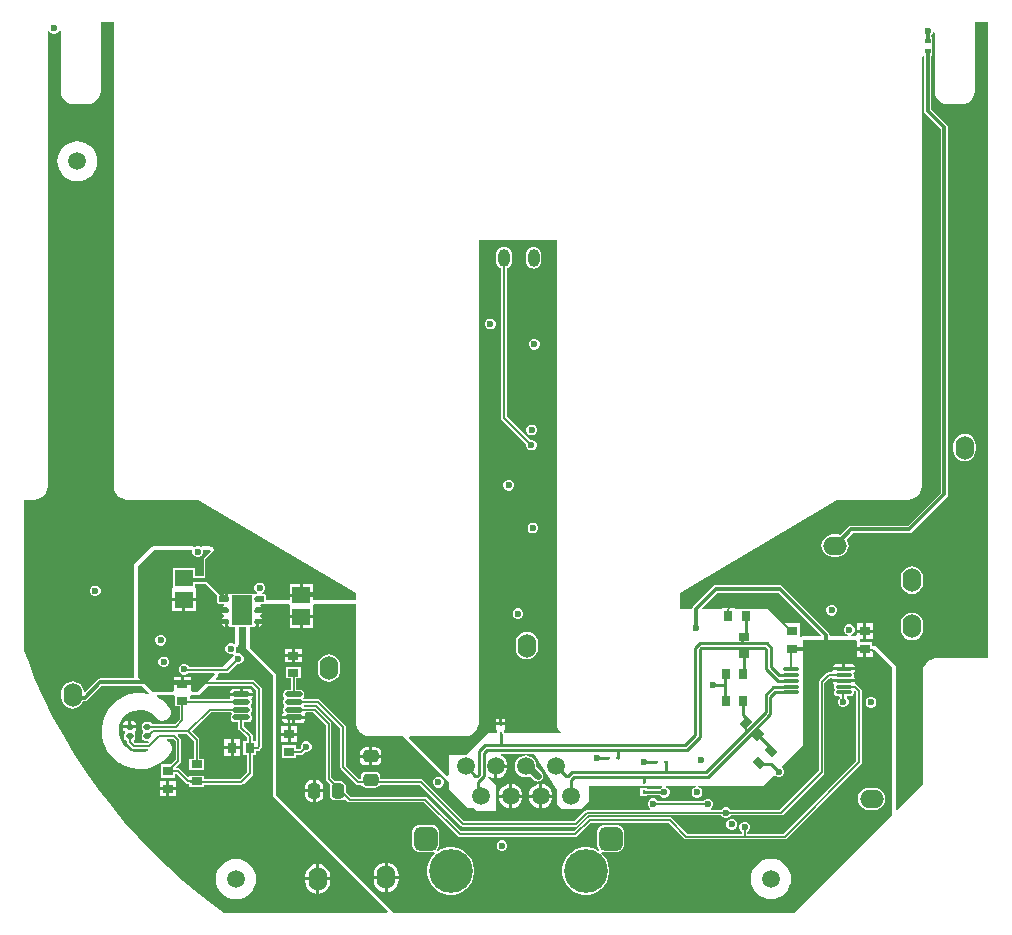
<source format=gbl>
G04*
G04 #@! TF.GenerationSoftware,Altium Limited,Altium Designer,24.0.1 (36)*
G04*
G04 Layer_Physical_Order=4*
G04 Layer_Color=16711680*
%FSLAX44Y44*%
%MOMM*%
G71*
G04*
G04 #@! TF.SameCoordinates,3C6FB229-8EB3-43CD-B7CA-B0B301390D20*
G04*
G04*
G04 #@! TF.FilePolarity,Positive*
G04*
G01*
G75*
%ADD11C,0.6000*%
%ADD14C,0.2000*%
%ADD16R,0.9000X0.6500*%
%ADD17R,0.6500X0.9000*%
%ADD18R,0.9000X0.8000*%
%ADD19R,0.8000X0.9000*%
%ADD24R,0.3600X0.2500*%
%ADD36R,0.5000X0.4500*%
%ADD57O,2.0000X1.5700*%
%ADD62O,1.5700X2.0000*%
%ADD64C,1.5000*%
%ADD65C,0.3000*%
%ADD66C,0.1540*%
%ADD67C,0.4000*%
%ADD68C,0.1530*%
%ADD69C,0.7000*%
%ADD70C,0.2540*%
%ADD71O,1.0000X1.5240*%
G04:AMPARAMS|DCode=72|XSize=2mm|YSize=2mm|CornerRadius=0.5mm|HoleSize=0mm|Usage=FLASHONLY|Rotation=90.000|XOffset=0mm|YOffset=0mm|HoleType=Round|Shape=RoundedRectangle|*
%AMROUNDEDRECTD72*
21,1,2.0000,1.0000,0,0,90.0*
21,1,1.0000,2.0000,0,0,90.0*
1,1,1.0000,0.5000,0.5000*
1,1,1.0000,0.5000,-0.5000*
1,1,1.0000,-0.5000,-0.5000*
1,1,1.0000,-0.5000,0.5000*
%
%ADD72ROUNDEDRECTD72*%
%ADD73O,1.5000X1.5240*%
%ADD74C,3.7000*%
%ADD75C,0.6000*%
G04:AMPARAMS|DCode=76|XSize=0.6mm|YSize=0.45mm|CornerRadius=0.1125mm|HoleSize=0mm|Usage=FLASHONLY|Rotation=0.000|XOffset=0mm|YOffset=0mm|HoleType=Round|Shape=RoundedRectangle|*
%AMROUNDEDRECTD76*
21,1,0.6000,0.2250,0,0,0.0*
21,1,0.3750,0.4500,0,0,0.0*
1,1,0.2250,0.1875,-0.1125*
1,1,0.2250,-0.1875,-0.1125*
1,1,0.2250,-0.1875,0.1125*
1,1,0.2250,0.1875,0.1125*
%
%ADD76ROUNDEDRECTD76*%
G04:AMPARAMS|DCode=77|XSize=0.65mm|YSize=0.9mm|CornerRadius=0mm|HoleSize=0mm|Usage=FLASHONLY|Rotation=45.000|XOffset=0mm|YOffset=0mm|HoleType=Round|Shape=Rectangle|*
%AMROTATEDRECTD77*
4,1,4,0.0884,-0.5480,-0.5480,0.0884,-0.0884,0.5480,0.5480,-0.0884,0.0884,-0.5480,0.0*
%
%ADD77ROTATEDRECTD77*%

G04:AMPARAMS|DCode=78|XSize=0.65mm|YSize=0.9mm|CornerRadius=0mm|HoleSize=0mm|Usage=FLASHONLY|Rotation=135.000|XOffset=0mm|YOffset=0mm|HoleType=Round|Shape=Rectangle|*
%AMROTATEDRECTD78*
4,1,4,0.5480,0.0884,-0.0884,-0.5480,-0.5480,-0.0884,0.0884,0.5480,0.5480,0.0884,0.0*
%
%ADD78ROTATEDRECTD78*%

%ADD79R,1.5082X1.4057*%
G04:AMPARAMS|DCode=80|XSize=0.45mm|YSize=1.45mm|CornerRadius=0.1125mm|HoleSize=0mm|Usage=FLASHONLY|Rotation=270.000|XOffset=0mm|YOffset=0mm|HoleType=Round|Shape=RoundedRectangle|*
%AMROUNDEDRECTD80*
21,1,0.4500,1.2250,0,0,270.0*
21,1,0.2250,1.4500,0,0,270.0*
1,1,0.2250,-0.6125,-0.1125*
1,1,0.2250,-0.6125,0.1125*
1,1,0.2250,0.6125,0.1125*
1,1,0.2250,0.6125,-0.1125*
%
%ADD80ROUNDEDRECTD80*%
%ADD81C,0.4050*%
%ADD82R,1.7500X2.5000*%
G04:AMPARAMS|DCode=83|XSize=1mm|YSize=1.3mm|CornerRadius=0.25mm|HoleSize=0mm|Usage=FLASHONLY|Rotation=180.000|XOffset=0mm|YOffset=0mm|HoleType=Round|Shape=RoundedRectangle|*
%AMROUNDEDRECTD83*
21,1,1.0000,0.8000,0,0,180.0*
21,1,0.5000,1.3000,0,0,180.0*
1,1,0.5000,-0.2500,0.4000*
1,1,0.5000,0.2500,0.4000*
1,1,0.5000,0.2500,-0.4000*
1,1,0.5000,-0.2500,-0.4000*
%
%ADD83ROUNDEDRECTD83*%
G04:AMPARAMS|DCode=84|XSize=0.3mm|YSize=1.35mm|CornerRadius=0.075mm|HoleSize=0mm|Usage=FLASHONLY|Rotation=90.000|XOffset=0mm|YOffset=0mm|HoleType=Round|Shape=RoundedRectangle|*
%AMROUNDEDRECTD84*
21,1,0.3000,1.2000,0,0,90.0*
21,1,0.1500,1.3500,0,0,90.0*
1,1,0.1500,0.6000,0.0750*
1,1,0.1500,0.6000,-0.0750*
1,1,0.1500,-0.6000,-0.0750*
1,1,0.1500,-0.6000,0.0750*
%
%ADD84ROUNDEDRECTD84*%
G04:AMPARAMS|DCode=85|XSize=1mm|YSize=1.3mm|CornerRadius=0.25mm|HoleSize=0mm|Usage=FLASHONLY|Rotation=90.000|XOffset=0mm|YOffset=0mm|HoleType=Round|Shape=RoundedRectangle|*
%AMROUNDEDRECTD85*
21,1,1.0000,0.8000,0,0,90.0*
21,1,0.5000,1.3000,0,0,90.0*
1,1,0.5000,0.4000,0.2500*
1,1,0.5000,0.4000,-0.2500*
1,1,0.5000,-0.4000,-0.2500*
1,1,0.5000,-0.4000,0.2500*
%
%ADD85ROUNDEDRECTD85*%
%ADD86R,0.2500X0.3600*%
%ADD87C,0.2280*%
%ADD88C,0.2280*%
G36*
X817721Y217831D02*
X774660D01*
X774611Y217821D01*
X774560Y217829D01*
X773580Y217781D01*
X773434Y217744D01*
X773282D01*
X771360Y217361D01*
X771174Y217285D01*
X770977Y217245D01*
X769166Y216495D01*
X768999Y216384D01*
X768813Y216307D01*
X767184Y215218D01*
X767042Y215076D01*
X766874Y214964D01*
X765488Y213578D01*
X765377Y213411D01*
X765235Y213269D01*
X764146Y211639D01*
X764069Y211453D01*
X763957Y211286D01*
X763207Y209475D01*
X763168Y209278D01*
X763091Y209093D01*
X762709Y207170D01*
Y207019D01*
X762672Y206872D01*
X762624Y205892D01*
X762631Y205842D01*
X762621Y205792D01*
X762621Y110781D01*
X741091Y89251D01*
X739918Y89737D01*
Y210066D01*
X739918Y210066D01*
X739685Y211236D01*
X739022Y212229D01*
X739022Y212229D01*
X723985Y227265D01*
X722993Y227928D01*
X721822Y228161D01*
X720919Y227981D01*
X719649Y228669D01*
Y231356D01*
X709628D01*
Y232356D01*
X709547Y232759D01*
X709529Y233006D01*
X709648Y233400D01*
X709894Y233834D01*
X710057Y234009D01*
X710421Y234276D01*
X712339D01*
Y239546D01*
X706569D01*
Y237373D01*
X706502Y237284D01*
X705299Y236374D01*
X702011D01*
X701758Y237644D01*
X703140Y238217D01*
X704418Y239494D01*
X705109Y241163D01*
Y242969D01*
X704418Y244637D01*
X703140Y245915D01*
X701472Y246606D01*
X699666D01*
X697997Y245915D01*
X696720Y244637D01*
X696029Y242969D01*
Y241163D01*
X696720Y239494D01*
X697997Y238217D01*
X699379Y237644D01*
X699127Y236374D01*
X683708D01*
Y237566D01*
X683473Y238752D01*
X682801Y239757D01*
X643801Y278757D01*
X642795Y279429D01*
X641609Y279665D01*
X587609D01*
X586423Y279429D01*
X585417Y278757D01*
X568167Y261507D01*
X567495Y260502D01*
X567309Y259566D01*
X558069D01*
X556799Y260656D01*
Y272630D01*
X690319Y351753D01*
X749760D01*
X749810Y351763D01*
X749860Y351756D01*
X750841Y351804D01*
X750987Y351840D01*
X751138D01*
X753061Y352223D01*
X753247Y352300D01*
X753444Y352339D01*
X755255Y353089D01*
X755422Y353201D01*
X755607Y353278D01*
X757237Y354367D01*
X757379Y354509D01*
X757546Y354620D01*
X758932Y356006D01*
X759044Y356173D01*
X759186Y356315D01*
X760275Y357945D01*
X760352Y358131D01*
X760463Y358298D01*
X761214Y360109D01*
X761253Y360306D01*
X761329Y360491D01*
X761712Y362414D01*
Y362565D01*
X761749Y362712D01*
X761797Y363692D01*
X761789Y363742D01*
X761799Y363792D01*
X761799Y726864D01*
X762981Y727634D01*
X763323Y727498D01*
X763759Y727041D01*
Y681316D01*
X763995Y680130D01*
X764667Y679125D01*
X777759Y666032D01*
Y357850D01*
X749825Y329915D01*
X701947D01*
X700761Y329679D01*
X699755Y329007D01*
X693047Y322300D01*
X692932Y322348D01*
X690480Y322671D01*
X686180D01*
X683729Y322348D01*
X681445Y321402D01*
X679483Y319897D01*
X677978Y317935D01*
X677032Y315651D01*
X676710Y313200D01*
X677032Y310748D01*
X677978Y308464D01*
X679483Y306502D01*
X681445Y304997D01*
X683729Y304051D01*
X686180Y303729D01*
X690480D01*
X692932Y304051D01*
X695216Y304997D01*
X697178Y306502D01*
X698683Y308464D01*
X699629Y310748D01*
X699952Y313200D01*
X699629Y315651D01*
X698683Y317935D01*
X698147Y318633D01*
X703231Y323716D01*
X751109D01*
X752295Y323952D01*
X753301Y324624D01*
X783051Y354374D01*
X783723Y355380D01*
X783958Y356566D01*
Y667316D01*
X783723Y668502D01*
X783051Y669508D01*
X769958Y682600D01*
Y728026D01*
X770899D01*
Y735256D01*
X770899Y735606D01*
Y736526D01*
X770899Y736876D01*
Y744106D01*
X769958D01*
Y745650D01*
X770989Y746681D01*
X771451Y747797D01*
X772721Y747544D01*
X772721Y698792D01*
X772731Y698742D01*
X772724Y698692D01*
X772772Y697712D01*
X772809Y697565D01*
Y697414D01*
X773191Y695491D01*
X773268Y695306D01*
X773307Y695109D01*
X774057Y693298D01*
X774169Y693131D01*
X774246Y692945D01*
X775335Y691315D01*
X775477Y691173D01*
X775588Y691006D01*
X776974Y689620D01*
X777141Y689509D01*
X777283Y689367D01*
X778913Y688278D01*
X779099Y688201D01*
X779266Y688089D01*
X781077Y687339D01*
X781274Y687300D01*
X781460Y687223D01*
X783382Y686841D01*
X783533D01*
X783680Y686804D01*
X784660Y686756D01*
X784710Y686763D01*
X784760Y686753D01*
X794760Y686753D01*
X794810Y686763D01*
X794860Y686756D01*
X795841Y686804D01*
X795987Y686841D01*
X796138D01*
X798061Y687223D01*
X798247Y687300D01*
X798444Y687339D01*
X800255Y688089D01*
X800422Y688201D01*
X800607Y688278D01*
X802237Y689367D01*
X802379Y689509D01*
X802546Y689620D01*
X803932Y691006D01*
X804044Y691173D01*
X804186Y691315D01*
X805275Y692945D01*
X805352Y693131D01*
X805463Y693298D01*
X806214Y695109D01*
X806253Y695306D01*
X806330Y695491D01*
X806712Y697414D01*
Y697565D01*
X806749Y697712D01*
X806797Y698692D01*
X806789Y698742D01*
X806799Y698792D01*
X806799Y756753D01*
X817721D01*
Y217831D01*
D02*
G37*
G36*
X77721Y363792D02*
X77731Y363742D01*
X77724Y363692D01*
X77772Y362712D01*
X77809Y362565D01*
Y362414D01*
X78191Y360491D01*
X78268Y360306D01*
X78307Y360109D01*
X79057Y358298D01*
X79169Y358131D01*
X79246Y357945D01*
X80335Y356315D01*
X80477Y356173D01*
X80588Y356006D01*
X81974Y354620D01*
X82142Y354509D01*
X82284Y354367D01*
X83913Y353278D01*
X84099Y353201D01*
X84266Y353089D01*
X86077Y352339D01*
X86274Y352300D01*
X86460Y352223D01*
X88382Y351841D01*
X88533D01*
X88680Y351804D01*
X89660Y351756D01*
X89711Y351763D01*
X89760Y351753D01*
X149201Y351753D01*
X282721Y272630D01*
Y266851D01*
X246837D01*
X246690Y266972D01*
Y270058D01*
X236609D01*
X226528D01*
Y266972D01*
X226381Y266851D01*
X206826D01*
Y270316D01*
X206338Y271494D01*
X205159Y271983D01*
X203375D01*
X203123Y273253D01*
X203830Y273546D01*
X205107Y274823D01*
X205798Y276491D01*
Y278298D01*
X205107Y279966D01*
X203830Y281243D01*
X202161Y281934D01*
X200355D01*
X198687Y281243D01*
X197409Y279966D01*
X196718Y278298D01*
Y276491D01*
X197409Y274823D01*
X198687Y273546D01*
X199394Y273253D01*
X199141Y271983D01*
X198411Y271983D01*
X198105Y271856D01*
X197773D01*
X197669Y271812D01*
X196399Y272606D01*
Y272606D01*
X175819D01*
X175819Y272606D01*
Y272606D01*
X174549Y272322D01*
X174165Y272481D01*
Y270167D01*
X174633Y269973D01*
X175266Y269340D01*
X175609Y268513D01*
X175609Y268066D01*
X175609Y268066D01*
X175609Y267618D01*
X175266Y266791D01*
X174633Y266158D01*
X173806Y265816D01*
X173359Y265816D01*
X167059Y265816D01*
Y270316D01*
X171625D01*
Y272481D01*
X170309Y271936D01*
X169885Y271512D01*
X169217Y271573D01*
X168507Y271930D01*
X168472Y272101D01*
X167809Y273093D01*
X157738Y283165D01*
X156746Y283828D01*
X156477Y283881D01*
X156254Y284347D01*
X156069Y285257D01*
X156585Y286031D01*
X156818Y287201D01*
Y300764D01*
X156876Y301058D01*
X157043Y301308D01*
X161868Y306133D01*
X162531Y307125D01*
X162637Y307658D01*
X162764Y308296D01*
X162531Y309466D01*
X162005Y310736D01*
X161342Y311729D01*
X160350Y312392D01*
X159179Y312624D01*
X153645D01*
X153349Y312566D01*
X153048D01*
X152769Y312450D01*
X152474Y312392D01*
X152224Y312224D01*
X151945Y312109D01*
X151732Y311896D01*
X151549Y311774D01*
X151330Y311993D01*
X149661Y312684D01*
X147855D01*
X146187Y311993D01*
X145967Y311774D01*
X145784Y311896D01*
X145571Y312109D01*
X145293Y312224D01*
X145042Y312392D01*
X144747Y312450D01*
X144469Y312566D01*
X144167D01*
X143872Y312624D01*
X111359D01*
X111359Y312624D01*
X110188Y312392D01*
X109196Y311729D01*
X95696Y298229D01*
X95033Y297236D01*
X94800Y296066D01*
X94800Y296066D01*
Y202316D01*
X94876Y201935D01*
X93947Y200672D01*
X93932Y200665D01*
X66109D01*
X64923Y200429D01*
X63917Y199757D01*
X53554Y189395D01*
X52214Y189850D01*
X52007Y191417D01*
X51061Y193701D01*
X49556Y195663D01*
X47594Y197168D01*
X45310Y198114D01*
X42859Y198437D01*
X40408Y198114D01*
X38123Y197168D01*
X36162Y195663D01*
X34657Y193701D01*
X33710Y191417D01*
X33388Y188966D01*
Y184666D01*
X33710Y182214D01*
X34657Y179930D01*
X36162Y177969D01*
X38123Y176464D01*
X40408Y175517D01*
X42859Y175195D01*
X45310Y175517D01*
X47594Y176464D01*
X49556Y177969D01*
X51061Y179930D01*
X51645Y181341D01*
X52984D01*
X54170Y181577D01*
X55176Y182249D01*
X67393Y194466D01*
X101383D01*
X107176Y188673D01*
X106561Y187492D01*
X102584Y188193D01*
X102402Y188189D01*
X102223Y188224D01*
X96877Y188208D01*
X96698Y188172D01*
X96516Y188174D01*
X91257Y187213D01*
X91088Y187146D01*
X90908Y187116D01*
X85901Y185240D01*
X85747Y185144D01*
X85575Y185084D01*
X80979Y182352D01*
X80844Y182230D01*
X80686Y182140D01*
X76645Y178638D01*
X76533Y178495D01*
X76394Y178378D01*
X73036Y174217D01*
X72951Y174056D01*
X72834Y173917D01*
X70265Y169228D01*
X70210Y169055D01*
X70120Y168897D01*
X68420Y163827D01*
X68397Y163647D01*
X68336Y163475D01*
X67558Y158186D01*
X67568Y158004D01*
X67538Y157824D01*
X67708Y152480D01*
X67749Y152303D01*
X67752Y152121D01*
X68864Y146891D01*
X68936Y146724D01*
X68971Y146545D01*
X70990Y141595D01*
X71090Y141443D01*
X71156Y141273D01*
X74019Y136758D01*
X74145Y136626D01*
X74239Y136470D01*
X77855Y132532D01*
X78002Y132425D01*
X78123Y132288D01*
X82378Y129052D01*
X82542Y128972D01*
X82684Y128859D01*
X87445Y126425D01*
X87620Y126376D01*
X87781Y126290D01*
X92897Y124736D01*
X93078Y124718D01*
X93251Y124662D01*
X98561Y124037D01*
X98742Y124052D01*
X98923Y124027D01*
X104259Y124351D01*
X104436Y124397D01*
X104617Y124405D01*
X109813Y125667D01*
X109978Y125744D01*
X110155Y125784D01*
X115046Y127944D01*
X115195Y128049D01*
X115363Y128120D01*
X119794Y131111D01*
X119922Y131240D01*
X120075Y131339D01*
X123907Y135067D01*
X124011Y135217D01*
X124144Y135342D01*
X125700Y137515D01*
X125700Y137515D01*
X125927Y137832D01*
X125993Y137977D01*
X126091Y138103D01*
X126441Y138799D01*
X126483Y138952D01*
X126561Y139091D01*
X126799Y139833D01*
X126817Y139992D01*
X126872Y140141D01*
X126993Y140911D01*
X126986Y141070D01*
X127017Y141227D01*
X127017Y141616D01*
Y142411D01*
X126955Y142725D01*
X126917Y143042D01*
X126425Y144554D01*
X126268Y144833D01*
X126133Y145123D01*
X125197Y146408D01*
X124962Y146624D01*
X124744Y146859D01*
X123456Y147790D01*
X123165Y147923D01*
X122885Y148079D01*
X122521Y148196D01*
X122719Y149466D01*
X127885D01*
X130009Y147342D01*
Y131789D01*
X126075Y127856D01*
X117569D01*
Y116776D01*
X129649D01*
Y119885D01*
X130919Y119932D01*
X138947Y111904D01*
X139710Y111394D01*
X140609Y111216D01*
X141819D01*
Y108776D01*
X153899D01*
Y110726D01*
X185859D01*
X186850Y110923D01*
X187690Y111484D01*
X194690Y118484D01*
X195252Y119325D01*
X195449Y120316D01*
Y136026D01*
X198399D01*
Y139476D01*
X199687D01*
X200678Y139673D01*
X201518Y140234D01*
X202690Y141406D01*
X203251Y142246D01*
X203449Y143237D01*
Y191816D01*
X203251Y192807D01*
X202690Y193647D01*
X197690Y198647D01*
X196850Y199208D01*
X195859Y199405D01*
X164434D01*
X163948Y200579D01*
X165259Y201890D01*
X165922Y202882D01*
X166154Y204053D01*
X167216Y205226D01*
X173609D01*
X174600Y205423D01*
X175440Y205984D01*
X182231Y212776D01*
X184012D01*
X185681Y213467D01*
X186958Y214744D01*
X187649Y216413D01*
Y218219D01*
X186958Y219887D01*
X185681Y221165D01*
X184012Y221856D01*
X182247D01*
X182174Y221992D01*
X182002Y222407D01*
X181895Y222514D01*
X181823Y222648D01*
X181476Y222933D01*
X181158Y223251D01*
X180970Y224482D01*
X181149Y224913D01*
Y226719D01*
X180992Y227097D01*
X181529Y227320D01*
X182026Y227652D01*
X182522Y227983D01*
X183185Y228975D01*
X183418Y230146D01*
Y244526D01*
X190050D01*
Y226864D01*
X190050Y226863D01*
X190283Y225693D01*
X190946Y224701D01*
X212300Y203347D01*
Y102066D01*
X212300Y102066D01*
X212533Y100895D01*
X213196Y99903D01*
X213196Y99903D01*
X245131Y67968D01*
X245131Y67968D01*
X309571Y3528D01*
X309085Y2355D01*
X171007Y2355D01*
X164279Y7108D01*
X150165Y17905D01*
X136471Y29229D01*
X123217Y41065D01*
X110422Y53396D01*
X98103Y66204D01*
X86280Y79470D01*
X74969Y93175D01*
X64187Y107300D01*
X53948Y121823D01*
X44268Y136725D01*
X35161Y151984D01*
X26639Y167578D01*
X18716Y183483D01*
X11402Y199678D01*
X4708Y216139D01*
X1798Y224153D01*
X1799Y351753D01*
X9760D01*
X9810Y351763D01*
X9860Y351756D01*
X10841Y351804D01*
X10987Y351840D01*
X11138D01*
X13061Y352223D01*
X13247Y352300D01*
X13443Y352339D01*
X15255Y353089D01*
X15422Y353201D01*
X15607Y353278D01*
X17237Y354367D01*
X17379Y354509D01*
X17546Y354620D01*
X18932Y356006D01*
X19044Y356173D01*
X19186Y356315D01*
X20275Y357945D01*
X20352Y358131D01*
X20463Y358298D01*
X21214Y360109D01*
X21253Y360306D01*
X21330Y360491D01*
X21712Y362414D01*
Y362565D01*
X21749Y362712D01*
X21797Y363692D01*
X21789Y363742D01*
X21799Y363792D01*
X21799Y749035D01*
X23069Y749288D01*
X23421Y748438D01*
X24698Y747161D01*
X26367Y746470D01*
X28173D01*
X29842Y747161D01*
X31119Y748438D01*
X31451Y749241D01*
X32721Y748988D01*
Y698792D01*
X32731Y698742D01*
X32724Y698692D01*
X32772Y697712D01*
X32809Y697565D01*
Y697414D01*
X33191Y695491D01*
X33268Y695306D01*
X33307Y695109D01*
X34057Y693298D01*
X34169Y693131D01*
X34246Y692945D01*
X35335Y691315D01*
X35477Y691173D01*
X35588Y691006D01*
X36974Y689620D01*
X37142Y689509D01*
X37283Y689367D01*
X38914Y688278D01*
X39099Y688201D01*
X39266Y688089D01*
X41077Y687339D01*
X41274Y687300D01*
X41460Y687223D01*
X43382Y686841D01*
X43534D01*
X43680Y686804D01*
X44660Y686756D01*
X44710Y686763D01*
X44760Y686753D01*
X54760Y686753D01*
X54810Y686763D01*
X54860Y686756D01*
X55841Y686804D01*
X55987Y686841D01*
X56138D01*
X58061Y687223D01*
X58246Y687300D01*
X58443Y687339D01*
X60255Y688089D01*
X60422Y688201D01*
X60607Y688278D01*
X62237Y689367D01*
X62379Y689509D01*
X62546Y689620D01*
X63932Y691006D01*
X64044Y691173D01*
X64186Y691315D01*
X65275Y692945D01*
X65352Y693131D01*
X65463Y693298D01*
X66213Y695109D01*
X66253Y695306D01*
X66330Y695491D01*
X66712Y697414D01*
Y697565D01*
X66749Y697712D01*
X66797Y698692D01*
X66789Y698742D01*
X66799Y698792D01*
X66799Y756753D01*
X77721D01*
Y363792D01*
D02*
G37*
G36*
X159705Y308296D02*
X154667Y303257D01*
X153995Y302252D01*
X153759Y301066D01*
Y287201D01*
X146190D01*
Y294384D01*
X128028D01*
X128028Y277511D01*
X127028Y276859D01*
X127028Y276595D01*
Y268561D01*
X137109D01*
X147190D01*
X147190Y276859D01*
X146190Y277511D01*
X146190Y278130D01*
Y281002D01*
X155575D01*
X165647Y270930D01*
X165392Y270316D01*
Y265816D01*
X165880Y264637D01*
X167059Y264149D01*
X171126Y264149D01*
X171378Y262879D01*
X170309Y262436D01*
X169025Y261152D01*
X168885Y260816D01*
X173359D01*
X173359Y260816D01*
X173806Y260816D01*
X174633Y260473D01*
X175266Y259840D01*
X175609Y259013D01*
X175609Y258566D01*
X175609Y258566D01*
X175609Y258118D01*
X175266Y257291D01*
X174633Y256658D01*
X173806Y256316D01*
X173359Y256316D01*
X168885Y256316D01*
X169025Y255980D01*
X170309Y254696D01*
X170881Y254459D01*
Y253084D01*
X170523Y252936D01*
X169239Y251652D01*
X169100Y251316D01*
X173359D01*
X173359Y251316D01*
X173806Y251316D01*
X174633Y250973D01*
X175266Y250340D01*
X175609Y249513D01*
X175609Y249066D01*
X175609Y249066D01*
X175609Y248618D01*
X175266Y247791D01*
X174633Y247158D01*
X174379Y247053D01*
Y244651D01*
X174549Y244721D01*
X175819Y244526D01*
Y244526D01*
X175819Y244526D01*
X180359D01*
Y230146D01*
X179186Y229660D01*
X179181Y229665D01*
X177512Y230356D01*
X175706D01*
X174037Y229665D01*
X172760Y228387D01*
X172069Y226719D01*
Y224913D01*
X172760Y223244D01*
X174037Y221967D01*
X175706Y221276D01*
X177512D01*
X178010Y221482D01*
X179459Y220707D01*
X179507Y220464D01*
X169449Y210406D01*
X141407D01*
X141208Y210887D01*
X139930Y212164D01*
X138262Y212856D01*
X136456D01*
X134787Y212164D01*
X133510Y210887D01*
X132819Y209219D01*
Y207413D01*
X133510Y205744D01*
X134787Y204467D01*
X136456Y203776D01*
X138262D01*
X139930Y204467D01*
X140690Y205226D01*
X162610D01*
X163096Y204053D01*
X148609Y189566D01*
X143647D01*
X142899Y190526D01*
X142899Y190836D01*
Y195046D01*
X135859D01*
X128819D01*
Y190836D01*
X128819Y190526D01*
X128070Y189566D01*
X110609D01*
X97859Y202316D01*
Y296066D01*
X111359Y309566D01*
X143872D01*
X144218Y309048D01*
Y307241D01*
X144909Y305573D01*
X146187Y304296D01*
X147855Y303604D01*
X149661D01*
X151330Y304296D01*
X152607Y305573D01*
X153298Y307241D01*
Y309048D01*
X153645Y309566D01*
X159179D01*
X159705Y308296D01*
D02*
G37*
G36*
X205159Y265816D02*
X198859D01*
X198859Y265816D01*
X198411Y265816D01*
X197584Y266158D01*
X196951Y266791D01*
X196609Y267618D01*
X196609Y268066D01*
Y268513D01*
X196951Y269340D01*
X197584Y269973D01*
X198411Y270316D01*
X198859Y270316D01*
X205159Y270316D01*
Y265816D01*
D02*
G37*
G36*
X282721Y163792D02*
X282731Y163742D01*
X282724Y163692D01*
X282772Y162712D01*
X282809Y162565D01*
Y162414D01*
X283191Y160492D01*
X283268Y160306D01*
X283307Y160109D01*
X284057Y158298D01*
X284169Y158131D01*
X284246Y157945D01*
X285335Y156315D01*
X285477Y156173D01*
X285588Y156006D01*
X286975Y154620D01*
X287142Y154509D01*
X287284Y154367D01*
X288913Y153278D01*
X289099Y153201D01*
X289266Y153089D01*
X291077Y152339D01*
X291274Y152300D01*
X291460Y152223D01*
X293382Y151840D01*
X293533D01*
X293680Y151804D01*
X294660Y151756D01*
X294711Y151763D01*
X294760Y151753D01*
X322421D01*
X361234Y112941D01*
Y106816D01*
X376734Y91316D01*
X382859D01*
X385310Y88864D01*
X401020Y88738D01*
Y110510D01*
X394812Y116718D01*
X394842Y116902D01*
X395350Y117236D01*
X396233Y117530D01*
X398409Y116629D01*
X399759Y116451D01*
Y126531D01*
X401029D01*
Y127801D01*
X411005D01*
X410811Y129271D01*
X409799Y131714D01*
X408190Y133811D01*
X406093Y135420D01*
X405187Y135796D01*
X405439Y137066D01*
X433855D01*
X452895Y106251D01*
Y94760D01*
X458145Y89510D01*
X458395Y89760D01*
X473395D01*
X480395Y96760D01*
Y109937D01*
X523569D01*
Y109676D01*
X529149D01*
Y109937D01*
X542247D01*
X542500Y108667D01*
X541287Y108165D01*
X540321Y107198D01*
X529149D01*
Y107956D01*
X523569D01*
Y101276D01*
X529149D01*
Y101733D01*
X540021D01*
X541287Y100467D01*
X542956Y99776D01*
X544762D01*
X546431Y100467D01*
X547708Y101744D01*
X548399Y103413D01*
Y105219D01*
X547708Y106887D01*
X546431Y108165D01*
X545218Y108667D01*
X545471Y109937D01*
X570444D01*
X570636Y108746D01*
X568967Y108055D01*
X567690Y106778D01*
X566999Y105109D01*
Y103303D01*
X567690Y101634D01*
X568967Y100357D01*
X570636Y99666D01*
X572442D01*
X574110Y100357D01*
X575387Y101634D01*
X576079Y103303D01*
Y105109D01*
X575387Y106778D01*
X574110Y108055D01*
X572442Y108746D01*
X572633Y109937D01*
X627355D01*
X635937Y118519D01*
X637609Y118395D01*
X638287Y117717D01*
X639956Y117026D01*
X641762D01*
X643430Y117717D01*
X644708Y118994D01*
X645399Y120663D01*
Y122469D01*
X644708Y124137D01*
X643431Y125414D01*
X643331Y125913D01*
X661484Y144066D01*
Y231566D01*
X660907Y232142D01*
X661393Y233316D01*
X705820Y233316D01*
X706569Y232356D01*
Y227086D01*
X713609D01*
Y225816D01*
X714879D01*
Y219276D01*
X720649D01*
Y224616D01*
X721822Y225102D01*
X736859Y210066D01*
Y85019D01*
X654194Y2354D01*
X315070Y2355D01*
X247294Y70131D01*
X215359Y102066D01*
Y204613D01*
X193109Y226863D01*
Y244526D01*
X196399D01*
X196399Y244526D01*
Y244526D01*
X197669Y244810D01*
X198053Y244651D01*
Y246964D01*
X197584Y247158D01*
X196951Y247791D01*
X196609Y248618D01*
X196609Y249066D01*
X196609Y249513D01*
X196951Y250340D01*
X197584Y250973D01*
X198411Y251316D01*
X198859Y251316D01*
X203332Y251316D01*
X203193Y251652D01*
X201909Y252936D01*
X201444Y253128D01*
Y254503D01*
X201909Y254696D01*
X203193Y255980D01*
X203332Y256316D01*
X198859D01*
X198859Y256316D01*
X198411Y256316D01*
X197584Y256658D01*
X196951Y257291D01*
X196609Y258118D01*
X196609Y258566D01*
X196609Y259013D01*
X196951Y259840D01*
X197584Y260473D01*
X198411Y260816D01*
X198859Y260816D01*
X203332Y260816D01*
X203193Y261152D01*
X201909Y262436D01*
X201700Y262522D01*
X201953Y263792D01*
X226381D01*
X226758Y262522D01*
X226528Y262372D01*
X226528Y262108D01*
Y254073D01*
X236609D01*
X246690D01*
X246690Y262372D01*
X246460Y262522D01*
X246837Y263792D01*
X282721D01*
Y163792D01*
D02*
G37*
G36*
X676243Y237548D02*
X675757Y236374D01*
X661393D01*
X660649Y236226D01*
X660223Y236142D01*
X659919Y235938D01*
X658649Y236617D01*
Y247356D01*
X645694D01*
X633484Y259566D01*
X603899D01*
Y260356D01*
X592319D01*
Y259566D01*
X576652D01*
X576166Y260739D01*
X588893Y273466D01*
X640325D01*
X676243Y237548D01*
D02*
G37*
G36*
X129319Y186196D02*
X129757Y185774D01*
X129807Y185681D01*
X129819Y185647D01*
Y177026D01*
X133509D01*
Y166289D01*
X129399Y162179D01*
X110380D01*
X109915Y162875D01*
X109034Y163465D01*
X107994Y163671D01*
X104244D01*
X103204Y163465D01*
X102323Y162875D01*
X101734Y161994D01*
X101527Y160954D01*
Y158704D01*
X101734Y157664D01*
X102323Y156783D01*
X102665Y156554D01*
Y155105D01*
X102323Y154875D01*
X101734Y153994D01*
X101527Y152954D01*
Y150704D01*
X101734Y149664D01*
X102323Y148783D01*
X103204Y148194D01*
X104244Y147987D01*
X106910D01*
X107437Y146717D01*
X106385Y145666D01*
X95832D01*
X94443Y147056D01*
X94427Y147099D01*
X94673Y148621D01*
X94915Y148783D01*
X95504Y149664D01*
X95711Y150704D01*
Y152954D01*
X95504Y153994D01*
X95295Y154307D01*
X95433Y155814D01*
X95531Y155992D01*
X95636Y156062D01*
X96446Y157274D01*
X96702Y158559D01*
X85536D01*
X85792Y157274D01*
X86602Y156062D01*
X86707Y155992D01*
X86805Y155814D01*
X86943Y154307D01*
X86734Y153994D01*
X86527Y152954D01*
Y150704D01*
X86734Y149664D01*
X87323Y148783D01*
X88204Y148194D01*
X88769Y148082D01*
Y147056D01*
X88948Y146156D01*
X89457Y145394D01*
X93197Y141654D01*
X93960Y141145D01*
X94859Y140966D01*
X106429D01*
X106639Y139696D01*
X103628Y138674D01*
X99940Y138230D01*
X96240Y138554D01*
X92686Y139634D01*
X89430Y141421D01*
X86612Y143841D01*
X84353Y146789D01*
X82748Y150140D01*
X81868Y153748D01*
X81750Y157461D01*
X82399Y161118D01*
X83786Y164564D01*
X85853Y167650D01*
X88511Y170244D01*
X91647Y172236D01*
X95125Y173539D01*
X98797Y174099D01*
X102505Y173891D01*
X106092Y172923D01*
X109402Y171238D01*
X112336Y168874D01*
X113587Y167497D01*
X114043Y166938D01*
X114284Y166740D01*
X114507Y166522D01*
X115803Y165675D01*
X116093Y165559D01*
X116372Y165418D01*
X117864Y165003D01*
X118175Y164979D01*
X118483Y164929D01*
X120030Y164984D01*
X120334Y165056D01*
X120643Y165102D01*
X122101Y165622D01*
X122369Y165782D01*
X122650Y165919D01*
X123883Y166856D01*
X124090Y167089D01*
X124316Y167304D01*
X125208Y168570D01*
X125335Y168855D01*
X125485Y169129D01*
X125954Y170605D01*
X125988Y170915D01*
X126049Y171221D01*
X126049Y172425D01*
X126015Y172597D01*
X126019Y172773D01*
X125873Y173619D01*
X125809Y173783D01*
X125784Y173957D01*
X125495Y174766D01*
X125405Y174917D01*
X125350Y175084D01*
X124928Y175832D01*
X124813Y175965D01*
X124731Y176120D01*
X124459Y176453D01*
X124459Y176453D01*
X122767Y178523D01*
X122627Y178638D01*
X122514Y178781D01*
X118452Y182257D01*
X118293Y182347D01*
X118157Y182467D01*
X114287Y184735D01*
X114030Y186288D01*
X114192Y186507D01*
X128070D01*
X128257Y186544D01*
X128446Y186530D01*
X128549Y186564D01*
X129319Y186196D01*
D02*
G37*
G36*
X198269Y190743D02*
Y148106D01*
X195449D01*
Y151816D01*
X195252Y152807D01*
X194690Y153647D01*
X188162Y160175D01*
Y163904D01*
X191698D01*
X192738Y164111D01*
X193619Y164700D01*
X194208Y165582D01*
X194415Y166621D01*
Y168871D01*
X194208Y169911D01*
X193619Y170793D01*
Y171200D01*
X194208Y172082D01*
X194415Y173121D01*
Y175371D01*
X194208Y176411D01*
X194137Y176518D01*
X193708Y177496D01*
X194137Y178475D01*
X194208Y178582D01*
X194415Y179622D01*
Y181871D01*
X194208Y182911D01*
X193986Y183243D01*
X194340Y183479D01*
X195150Y184692D01*
X195406Y185977D01*
X185573D01*
X175740D01*
X175995Y184692D01*
X176212Y184367D01*
X175534Y183097D01*
X141899D01*
Y185647D01*
X141911Y185681D01*
X141961Y185774D01*
X142399Y186196D01*
X143169Y186564D01*
X143271Y186530D01*
X143461Y186544D01*
X143647Y186507D01*
X148609D01*
X149779Y186740D01*
X150772Y187403D01*
X157595Y194226D01*
X194786D01*
X198269Y190743D01*
D02*
G37*
G36*
X452721Y163792D02*
X452731Y163742D01*
X452724Y163692D01*
X452772Y162712D01*
X452809Y162565D01*
Y162414D01*
X453191Y160492D01*
X453268Y160306D01*
X453307Y160109D01*
X454057Y158298D01*
X454169Y158131D01*
X454246Y157945D01*
X455335Y156315D01*
X455477Y156173D01*
X455588Y156006D01*
X456170Y155424D01*
X455641Y154158D01*
X408149Y154475D01*
X408149Y157206D01*
X409121Y157926D01*
X409149D01*
Y160996D01*
X405359D01*
X401569D01*
Y157926D01*
X401597D01*
X402569Y157206D01*
X402569Y156656D01*
Y155413D01*
X401668Y154518D01*
X394484Y154566D01*
X375734Y135816D01*
X361234D01*
Y118926D01*
X360061Y118440D01*
X327921Y150580D01*
X328407Y151753D01*
X374760Y151753D01*
X374810Y151763D01*
X374860Y151756D01*
X375840Y151804D01*
X375987Y151840D01*
X376138D01*
X378061Y152223D01*
X378246Y152300D01*
X378443Y152339D01*
X380255Y153089D01*
X380421Y153201D01*
X380607Y153278D01*
X382237Y154367D01*
X382379Y154509D01*
X382546Y154620D01*
X383932Y156006D01*
X384044Y156173D01*
X384186Y156315D01*
X385275Y157945D01*
X385352Y158131D01*
X385463Y158298D01*
X386213Y160109D01*
X386253Y160306D01*
X386330Y160492D01*
X386712Y162414D01*
Y162565D01*
X386749Y162712D01*
X386797Y163692D01*
X386789Y163742D01*
X386799Y163792D01*
X386799Y571753D01*
X452721D01*
Y163792D01*
D02*
G37*
G36*
X177526Y171006D02*
Y170793D01*
X176937Y169911D01*
X176730Y168871D01*
Y166621D01*
X176937Y165582D01*
X177526Y164700D01*
X178408Y164111D01*
X179448Y163904D01*
X182983D01*
Y159102D01*
X183180Y158111D01*
X183741Y157271D01*
X190269Y150743D01*
Y148106D01*
X187319D01*
Y136026D01*
X190269D01*
Y121388D01*
X184786Y115906D01*
X153899D01*
Y118356D01*
X141819D01*
Y117475D01*
X140549Y116949D01*
X133521Y123978D01*
X132758Y124487D01*
X131859Y124666D01*
X131329D01*
X130803Y125936D01*
X134021Y129154D01*
X134021Y129154D01*
X134530Y129916D01*
X134709Y130816D01*
X134709Y130816D01*
Y148316D01*
X134709Y148316D01*
X134530Y149215D01*
X134021Y149978D01*
X134021Y149978D01*
X131706Y152292D01*
X132192Y153466D01*
X139385D01*
X145509Y147342D01*
Y132856D01*
X141819D01*
Y123276D01*
X153899D01*
Y132856D01*
X150209D01*
Y148316D01*
X150030Y149215D01*
X149521Y149978D01*
X143682Y155816D01*
X159763Y171896D01*
X176892D01*
X177526Y171006D01*
D02*
G37*
%LPC*%
G36*
X798109Y407687D02*
X795658Y407364D01*
X793373Y406418D01*
X791412Y404913D01*
X789907Y402951D01*
X788960Y400667D01*
X788638Y398216D01*
Y393916D01*
X788960Y391464D01*
X789907Y389180D01*
X791412Y387219D01*
X793373Y385714D01*
X795658Y384767D01*
X798109Y384445D01*
X800560Y384767D01*
X802844Y385714D01*
X804806Y387219D01*
X806311Y389180D01*
X807257Y391464D01*
X807580Y393916D01*
Y398216D01*
X807257Y400667D01*
X806311Y402951D01*
X804806Y404913D01*
X802844Y406418D01*
X800560Y407364D01*
X798109Y407687D01*
D02*
G37*
G36*
X753309Y295487D02*
X750858Y295164D01*
X748573Y294218D01*
X746612Y292713D01*
X745107Y290751D01*
X744161Y288467D01*
X743838Y286016D01*
Y281716D01*
X744161Y279264D01*
X745107Y276980D01*
X746612Y275019D01*
X748573Y273514D01*
X750858Y272567D01*
X753309Y272245D01*
X755760Y272567D01*
X758044Y273514D01*
X760006Y275019D01*
X761511Y276980D01*
X762457Y279264D01*
X762780Y281716D01*
Y286016D01*
X762457Y288467D01*
X761511Y290751D01*
X760006Y292713D01*
X758044Y294218D01*
X755760Y295164D01*
X753309Y295487D01*
D02*
G37*
G36*
X686512Y262856D02*
X684706D01*
X683037Y262165D01*
X681760Y260887D01*
X681069Y259219D01*
Y257413D01*
X681760Y255744D01*
X683037Y254467D01*
X684706Y253776D01*
X686512D01*
X688180Y254467D01*
X689458Y255744D01*
X690149Y257413D01*
Y259219D01*
X689458Y260887D01*
X688180Y262165D01*
X686512Y262856D01*
D02*
G37*
G36*
X720649Y247356D02*
X714879D01*
Y242086D01*
X720649D01*
Y247356D01*
D02*
G37*
G36*
X712339D02*
X706569D01*
Y242086D01*
X712339D01*
Y247356D01*
D02*
G37*
G36*
X720649Y239546D02*
X714879D01*
Y234276D01*
X720649D01*
Y239546D01*
D02*
G37*
G36*
X753609Y256437D02*
X751158Y256114D01*
X748873Y255168D01*
X746912Y253663D01*
X745407Y251701D01*
X744461Y249417D01*
X744138Y246966D01*
Y242666D01*
X744461Y240214D01*
X745407Y237930D01*
X746912Y235969D01*
X748873Y234464D01*
X751158Y233517D01*
X753609Y233195D01*
X756060Y233517D01*
X758344Y234464D01*
X760306Y235969D01*
X761811Y237930D01*
X762757Y240214D01*
X763080Y242666D01*
Y246966D01*
X762757Y249417D01*
X761811Y251701D01*
X760306Y253663D01*
X758344Y255168D01*
X756060Y256114D01*
X753609Y256437D01*
D02*
G37*
G36*
X46859Y655588D02*
X43538Y655261D01*
X40345Y654292D01*
X37402Y652719D01*
X34822Y650602D01*
X32706Y648023D01*
X31133Y645080D01*
X30164Y641887D01*
X29837Y638566D01*
X30164Y635245D01*
X31133Y632052D01*
X32706Y629109D01*
X34822Y626529D01*
X37402Y624412D01*
X40345Y622840D01*
X43538Y621871D01*
X46859Y621544D01*
X50180Y621871D01*
X53373Y622840D01*
X56316Y624412D01*
X58895Y626529D01*
X61012Y629109D01*
X62585Y632052D01*
X63554Y635245D01*
X63881Y638566D01*
X63554Y641887D01*
X62585Y645080D01*
X61012Y648023D01*
X58895Y650602D01*
X56316Y652719D01*
X53373Y654292D01*
X50180Y655261D01*
X46859Y655588D01*
D02*
G37*
G36*
X246690Y280897D02*
X237879D01*
Y272598D01*
X246690D01*
Y280897D01*
D02*
G37*
G36*
X235339D02*
X226528D01*
Y272598D01*
X235339D01*
Y280897D01*
D02*
G37*
G36*
X63012Y279356D02*
X61206D01*
X59537Y278665D01*
X58260Y277387D01*
X57569Y275719D01*
Y273913D01*
X58260Y272244D01*
X59537Y270967D01*
X61206Y270276D01*
X63012D01*
X64681Y270967D01*
X65958Y272244D01*
X66649Y273913D01*
Y275719D01*
X65958Y277387D01*
X64681Y278665D01*
X63012Y279356D01*
D02*
G37*
G36*
X130649Y113856D02*
X124879D01*
Y108586D01*
X130649D01*
Y113856D01*
D02*
G37*
G36*
X122339D02*
X116569D01*
Y108586D01*
X122339D01*
Y113856D01*
D02*
G37*
G36*
X130649Y106046D02*
X124879D01*
Y100776D01*
X130649D01*
Y106046D01*
D02*
G37*
G36*
X122339D02*
X116569D01*
Y100776D01*
X122339D01*
Y106046D01*
D02*
G37*
G36*
X251629Y43528D02*
Y32336D01*
X260839D01*
Y33216D01*
X260481Y35928D01*
X259435Y38456D01*
X257769Y40626D01*
X255599Y42291D01*
X253071Y43338D01*
X251629Y43528D01*
D02*
G37*
G36*
X249089Y43528D02*
X247647Y43338D01*
X245119Y42291D01*
X242949Y40626D01*
X241283Y38456D01*
X240236Y35928D01*
X239879Y33216D01*
Y32336D01*
X249089D01*
Y43528D01*
D02*
G37*
G36*
X260839Y29796D02*
X251629D01*
Y18603D01*
X253071Y18793D01*
X255599Y19840D01*
X257769Y21505D01*
X259435Y23676D01*
X260481Y26203D01*
X260839Y28916D01*
Y29796D01*
D02*
G37*
G36*
X249089D02*
X239879D01*
Y28916D01*
X240236Y26203D01*
X241283Y23676D01*
X242949Y21505D01*
X245119Y19840D01*
X247647Y18793D01*
X249089Y18603D01*
Y29796D01*
D02*
G37*
G36*
X181109Y47838D02*
X177788Y47511D01*
X174595Y46542D01*
X171652Y44969D01*
X169072Y42852D01*
X166956Y40273D01*
X165383Y37330D01*
X164414Y34137D01*
X164087Y30816D01*
X164414Y27495D01*
X165383Y24302D01*
X166956Y21359D01*
X169072Y18779D01*
X171652Y16662D01*
X174595Y15089D01*
X177788Y14121D01*
X181109Y13794D01*
X184430Y14121D01*
X187623Y15089D01*
X190566Y16662D01*
X193145Y18779D01*
X195262Y21359D01*
X196835Y24302D01*
X197804Y27495D01*
X198131Y30816D01*
X197804Y34137D01*
X196835Y37330D01*
X195262Y40273D01*
X193145Y42852D01*
X190566Y44969D01*
X187623Y46542D01*
X184430Y47511D01*
X181109Y47838D01*
D02*
G37*
G36*
X147190Y266021D02*
X138379D01*
Y257722D01*
X147190D01*
Y266021D01*
D02*
G37*
G36*
X135839D02*
X127028D01*
Y257722D01*
X135839D01*
Y266021D01*
D02*
G37*
G36*
X171839Y246816D02*
X169100Y246816D01*
X169239Y246480D01*
X170523Y245196D01*
X171839Y244651D01*
Y246816D01*
D02*
G37*
G36*
X118431Y237516D02*
X116625D01*
X114956Y236825D01*
X113679Y235548D01*
X112988Y233879D01*
Y232073D01*
X113679Y230404D01*
X114956Y229127D01*
X116625Y228436D01*
X118431D01*
X120100Y229127D01*
X121377Y230404D01*
X122068Y232073D01*
Y233879D01*
X121377Y235548D01*
X120100Y236825D01*
X118431Y237516D01*
D02*
G37*
G36*
X120931Y219266D02*
X119125D01*
X117456Y218575D01*
X116179Y217298D01*
X115488Y215629D01*
Y213823D01*
X116179Y212154D01*
X117456Y210877D01*
X119125Y210186D01*
X120931D01*
X122600Y210877D01*
X123877Y212154D01*
X124568Y213823D01*
Y215629D01*
X123877Y217298D01*
X122600Y218575D01*
X120931Y219266D01*
D02*
G37*
G36*
X142899Y202106D02*
X137129D01*
Y197586D01*
X142899D01*
Y202106D01*
D02*
G37*
G36*
X134589D02*
X128819D01*
Y197586D01*
X134589D01*
Y202106D01*
D02*
G37*
G36*
X203332Y246816D02*
X200593D01*
Y244651D01*
X201909Y245196D01*
X203193Y246480D01*
X203332Y246816D01*
D02*
G37*
G36*
X246690Y251533D02*
X237879D01*
Y243235D01*
X246690D01*
Y251533D01*
D02*
G37*
G36*
X235339D02*
X226528D01*
Y243235D01*
X235339D01*
Y251533D01*
D02*
G37*
G36*
X236899Y225856D02*
X231129D01*
Y221336D01*
X236899D01*
Y225856D01*
D02*
G37*
G36*
X228589D02*
X222819D01*
Y221336D01*
X228589D01*
Y225856D01*
D02*
G37*
G36*
X712339Y224546D02*
X706569D01*
Y219276D01*
X712339D01*
Y224546D01*
D02*
G37*
G36*
X236899Y218796D02*
X231129D01*
Y214276D01*
X236899D01*
Y218796D01*
D02*
G37*
G36*
X228589D02*
X222819D01*
Y214276D01*
X228589D01*
Y218796D01*
D02*
G37*
G36*
X701859Y212920D02*
X697129D01*
Y210086D01*
X705110D01*
X704958Y210849D01*
X704231Y211938D01*
X703142Y212665D01*
X701859Y212920D01*
D02*
G37*
G36*
X694589D02*
X689859D01*
X688575Y212665D01*
X687487Y211938D01*
X686760Y210849D01*
X686608Y210086D01*
X694589D01*
Y212920D01*
D02*
G37*
G36*
X235899Y210356D02*
X223819D01*
Y200776D01*
X227722D01*
Y191089D01*
X223948D01*
X222908Y190882D01*
X222026Y190293D01*
X221437Y189411D01*
X221231Y188372D01*
Y186122D01*
X221437Y185082D01*
X222026Y184200D01*
Y183793D01*
X221437Y182911D01*
X221231Y181871D01*
Y179622D01*
X221437Y178582D01*
X221509Y178475D01*
X221937Y177496D01*
X221509Y176518D01*
X221437Y176411D01*
X221231Y175371D01*
Y173121D01*
X221437Y172082D01*
X221659Y171750D01*
X221305Y171514D01*
X220495Y170301D01*
X220240Y169016D01*
X230073D01*
X239906D01*
X239650Y170301D01*
X239433Y170626D01*
X240112Y171896D01*
X246705D01*
X257259Y161342D01*
Y115816D01*
X257438Y114916D01*
X257947Y114154D01*
X261038Y111063D01*
X260740Y109566D01*
Y101566D01*
X261053Y99989D01*
X261946Y98653D01*
X263283Y97760D01*
X264859Y97447D01*
X269859D01*
X271435Y97760D01*
X272771Y98653D01*
X273387Y98714D01*
X275697Y96404D01*
X276460Y95894D01*
X277359Y95716D01*
X277359Y95716D01*
X340635D01*
X369197Y67154D01*
X369197Y67154D01*
X369959Y66644D01*
X370859Y66466D01*
X370859Y66466D01*
X468359D01*
X469258Y66644D01*
X470021Y67154D01*
X481582Y78716D01*
X547385D01*
X560904Y65197D01*
X561666Y64688D01*
X562566Y64509D01*
X645859D01*
X646758Y64688D01*
X647521Y65197D01*
X710466Y128142D01*
X710975Y128904D01*
X711154Y129804D01*
Y190371D01*
X710975Y191270D01*
X710466Y192033D01*
X707021Y195478D01*
X706258Y195987D01*
X705990Y196040D01*
X705819Y196163D01*
X705142Y197182D01*
X705088Y197436D01*
X705110Y197546D01*
X695859D01*
X686608D01*
X686760Y196782D01*
X687487Y195694D01*
X687681Y195564D01*
X687702Y195459D01*
X687524Y194566D01*
Y193066D01*
X687702Y192172D01*
X688208Y191415D01*
Y191217D01*
X687702Y190459D01*
X687524Y189566D01*
Y188066D01*
X687702Y187172D01*
X688208Y186415D01*
X688965Y185909D01*
X689859Y185731D01*
X691807D01*
X692333Y184461D01*
X691510Y183637D01*
X690819Y181969D01*
Y180163D01*
X691510Y178494D01*
X692787Y177217D01*
X694456Y176526D01*
X696262D01*
X697931Y177217D01*
X699208Y178494D01*
X699899Y180163D01*
Y181969D01*
X699208Y183637D01*
X698384Y184461D01*
X698910Y185731D01*
X701859D01*
X702752Y185909D01*
X703510Y186415D01*
X704016Y187172D01*
X704194Y188066D01*
Y189566D01*
X704120Y189935D01*
X705291Y190560D01*
X706454Y189397D01*
Y130777D01*
X644885Y69209D01*
X614209D01*
Y70625D01*
X614431Y70717D01*
X615708Y71994D01*
X616399Y73663D01*
Y75469D01*
X615708Y77137D01*
X614431Y78415D01*
X612762Y79106D01*
X610956D01*
X609287Y78415D01*
X608010Y77137D01*
X607319Y75469D01*
Y73663D01*
X608010Y71994D01*
X609287Y70717D01*
X609509Y70625D01*
Y69209D01*
X563539D01*
X550021Y82727D01*
X549258Y83237D01*
X548359Y83416D01*
X480609D01*
X480609Y83416D01*
X479710Y83237D01*
X478947Y82727D01*
X478947Y82727D01*
X467385Y71166D01*
X371832D01*
X343271Y99727D01*
X342508Y100237D01*
X341609Y100416D01*
X278332D01*
X273978Y104770D01*
Y109566D01*
X273664Y111142D01*
X272771Y112478D01*
X271435Y113371D01*
X269859Y113685D01*
X265063D01*
X261959Y116789D01*
Y162316D01*
X261780Y163215D01*
X261271Y163978D01*
X249340Y175908D01*
X248577Y176418D01*
X247678Y176597D01*
X239149D01*
X238611Y177496D01*
X239149Y178396D01*
X249955D01*
X269509Y158842D01*
Y125816D01*
X269688Y124916D01*
X270197Y124154D01*
X282947Y111404D01*
X283710Y110894D01*
X284609Y110716D01*
X287319D01*
X288196Y109403D01*
X289533Y108510D01*
X291109Y108197D01*
X299109D01*
X300685Y108510D01*
X302022Y109403D01*
X302899Y110716D01*
X336635D01*
X371367Y75984D01*
X372130Y75474D01*
X373029Y75296D01*
X468689D01*
X469588Y75474D01*
X470351Y75984D01*
X479082Y84716D01*
X592168D01*
X592260Y84494D01*
X593537Y83217D01*
X595206Y82526D01*
X597012D01*
X598680Y83217D01*
X599958Y84494D01*
X600049Y84716D01*
X642359D01*
X643258Y84894D01*
X644021Y85404D01*
X678771Y120154D01*
X679280Y120916D01*
X679459Y121816D01*
Y196842D01*
X682525Y199908D01*
X682600Y199923D01*
X683440Y200485D01*
X684182Y201226D01*
X685600D01*
X686482Y200086D01*
X695859D01*
X705110D01*
X704958Y200849D01*
X704231Y201938D01*
X704037Y202067D01*
X704016Y202172D01*
X704194Y203066D01*
Y204566D01*
X704016Y205459D01*
X704037Y205564D01*
X704231Y205694D01*
X704958Y206782D01*
X705110Y207546D01*
X695859D01*
X686482D01*
X685600Y206406D01*
X683109D01*
X682118Y206208D01*
X681278Y205647D01*
X679778Y204147D01*
X679216Y203307D01*
X679201Y203232D01*
X675447Y199478D01*
X674938Y198715D01*
X674759Y197816D01*
Y122789D01*
X641385Y89416D01*
X600049D01*
X599958Y89637D01*
X598680Y90915D01*
X597012Y91606D01*
X595206D01*
X593537Y90915D01*
X592260Y89637D01*
X592168Y89416D01*
X583789D01*
X583651Y89654D01*
X583400Y90686D01*
X584458Y91744D01*
X585149Y93413D01*
Y95219D01*
X584458Y96887D01*
X583181Y98165D01*
X581512Y98856D01*
X579706D01*
X578037Y98165D01*
X576760Y96887D01*
X576722Y96796D01*
X538599D01*
X538458Y97137D01*
X537180Y98415D01*
X535512Y99106D01*
X533706D01*
X532037Y98415D01*
X530760Y97137D01*
X530069Y95469D01*
Y93663D01*
X530760Y91994D01*
X532037Y90717D01*
X532112Y90686D01*
X531859Y89416D01*
X478109D01*
X478109Y89416D01*
X477210Y89237D01*
X476447Y88728D01*
X467715Y79996D01*
X374002D01*
X339271Y114727D01*
X338508Y115237D01*
X337609Y115416D01*
X303228D01*
Y117316D01*
X302914Y118892D01*
X302022Y120228D01*
X300685Y121121D01*
X299109Y121435D01*
X291109D01*
X289533Y121121D01*
X288196Y120228D01*
X287303Y118892D01*
X286990Y117316D01*
Y115416D01*
X285582D01*
X274209Y126789D01*
Y159816D01*
X274209Y159816D01*
X274030Y160715D01*
X273521Y161478D01*
X273521Y161478D01*
X252590Y182408D01*
X251828Y182918D01*
X250928Y183097D01*
X238754D01*
X238119Y183987D01*
Y184200D01*
X238708Y185082D01*
X238915Y186122D01*
Y188372D01*
X238708Y189411D01*
X238119Y190293D01*
X237237Y190882D01*
X236198Y191089D01*
X232423D01*
Y200776D01*
X235899D01*
Y210356D01*
D02*
G37*
G36*
X259859Y221187D02*
X257408Y220864D01*
X255123Y219918D01*
X253162Y218413D01*
X251657Y216451D01*
X250711Y214167D01*
X250388Y211716D01*
Y207416D01*
X250711Y204964D01*
X251657Y202680D01*
X253162Y200719D01*
X255123Y199214D01*
X257408Y198267D01*
X259859Y197945D01*
X262310Y198267D01*
X264594Y199214D01*
X266556Y200719D01*
X268061Y202680D01*
X269007Y204964D01*
X269330Y207416D01*
Y211716D01*
X269007Y214167D01*
X268061Y216451D01*
X266556Y218413D01*
X264594Y219918D01*
X262310Y220864D01*
X259859Y221187D01*
D02*
G37*
G36*
X719708Y184994D02*
X717902D01*
X716234Y184303D01*
X714957Y183026D01*
X714265Y181357D01*
Y179551D01*
X714957Y177882D01*
X716234Y176605D01*
X717902Y175914D01*
X719708D01*
X721377Y176605D01*
X722654Y177882D01*
X723345Y179551D01*
Y181357D01*
X722654Y183026D01*
X721377Y184303D01*
X719708Y184994D01*
D02*
G37*
G36*
X239906Y166476D02*
X231343D01*
Y162885D01*
X236198D01*
X237628Y163169D01*
X238840Y163979D01*
X239650Y165191D01*
X239906Y166476D01*
D02*
G37*
G36*
X228803D02*
X220240D01*
X220495Y165191D01*
X221305Y163979D01*
X222518Y163169D01*
X223948Y162885D01*
X228803D01*
Y166476D01*
D02*
G37*
G36*
X233149Y160106D02*
X227379D01*
Y154836D01*
X233149D01*
Y160106D01*
D02*
G37*
G36*
X224839D02*
X219069D01*
Y154836D01*
X224839D01*
Y160106D01*
D02*
G37*
G36*
X233149Y152296D02*
X227379D01*
Y147026D01*
X233149D01*
Y152296D01*
D02*
G37*
G36*
X224839D02*
X219069D01*
Y147026D01*
X224839D01*
Y152296D01*
D02*
G37*
G36*
X241512Y147356D02*
X239706D01*
X238037Y146665D01*
X236760Y145387D01*
X236069Y143719D01*
Y141938D01*
X235286Y141156D01*
X232149D01*
Y144106D01*
X220069D01*
Y133026D01*
X232149D01*
Y135976D01*
X236359D01*
X237350Y136173D01*
X238190Y136735D01*
X239731Y138276D01*
X241512D01*
X243181Y138967D01*
X244458Y140244D01*
X245149Y141913D01*
Y143719D01*
X244458Y145387D01*
X243181Y146665D01*
X241512Y147356D01*
D02*
G37*
G36*
X299109Y142455D02*
X296379D01*
Y136086D01*
X304247D01*
Y137316D01*
X303856Y139282D01*
X302742Y140949D01*
X301075Y142063D01*
X299109Y142455D01*
D02*
G37*
G36*
X293839D02*
X291109D01*
X289142Y142063D01*
X287475Y140949D01*
X286361Y139282D01*
X285970Y137316D01*
Y136086D01*
X293839D01*
Y142455D01*
D02*
G37*
G36*
X304247Y133546D02*
X296379D01*
Y127177D01*
X299109D01*
X301075Y127568D01*
X302742Y128682D01*
X303856Y130349D01*
X304247Y132316D01*
Y133546D01*
D02*
G37*
G36*
X293839D02*
X285970D01*
Y132316D01*
X286361Y130349D01*
X287475Y128682D01*
X289142Y127568D01*
X291109Y127177D01*
X293839D01*
Y133546D01*
D02*
G37*
G36*
X411005Y125260D02*
X402299D01*
Y116451D01*
X403650Y116629D01*
X406093Y117640D01*
X408190Y119250D01*
X409799Y121347D01*
X410811Y123790D01*
X411005Y125260D01*
D02*
G37*
G36*
X426429Y135768D02*
X424070Y135458D01*
X421870Y134547D01*
X419982Y133098D01*
X418533Y131209D01*
X417622Y129010D01*
X417312Y126650D01*
Y126410D01*
X417622Y124051D01*
X418533Y121851D01*
X419982Y119963D01*
X421870Y118514D01*
X424070Y117603D01*
X426429Y117292D01*
X428789Y117603D01*
X430017Y118111D01*
X433336Y114793D01*
X433715Y114539D01*
X434037Y114217D01*
X434458Y114042D01*
X434837Y113789D01*
X435285Y113700D01*
X435706Y113526D01*
X436161D01*
X436609Y113437D01*
X437056Y113526D01*
X437512D01*
X437933Y113700D01*
X438380Y113789D01*
X438759Y114042D01*
X439180Y114217D01*
X439503Y114539D01*
X439882Y114793D01*
X440135Y115172D01*
X440458Y115494D01*
X440632Y115915D01*
X440885Y116294D01*
X440974Y116742D01*
X441149Y117163D01*
Y117618D01*
X441238Y118066D01*
X441149Y118513D01*
Y118969D01*
X440974Y119390D01*
X440885Y119837D01*
X440632Y120216D01*
X440458Y120637D01*
X440135Y120960D01*
X439882Y121339D01*
X435462Y125759D01*
X435547Y126410D01*
Y126650D01*
X435237Y129010D01*
X434326Y131209D01*
X432877Y133098D01*
X430988Y134547D01*
X428789Y135458D01*
X426429Y135768D01*
D02*
G37*
G36*
X353542Y117448D02*
X351736D01*
X350067Y116756D01*
X348790Y115479D01*
X348099Y113811D01*
Y112004D01*
X348790Y110336D01*
X350067Y109059D01*
X351736Y108368D01*
X353542D01*
X355211Y109059D01*
X356488Y110336D01*
X357179Y112004D01*
Y113811D01*
X356488Y115479D01*
X355211Y116756D01*
X353542Y117448D01*
D02*
G37*
G36*
X249859Y114704D02*
X248629D01*
Y106836D01*
X254998D01*
Y109566D01*
X254606Y111532D01*
X253492Y113199D01*
X251825Y114313D01*
X249859Y114704D01*
D02*
G37*
G36*
X246089D02*
X244859D01*
X242892Y114313D01*
X241225Y113199D01*
X240111Y111532D01*
X239720Y109566D01*
Y106836D01*
X246089D01*
Y114704D01*
D02*
G37*
G36*
X440399Y111210D02*
Y102401D01*
X449105D01*
X448911Y103871D01*
X447899Y106314D01*
X446290Y108411D01*
X444193Y110020D01*
X441750Y111032D01*
X440399Y111210D01*
D02*
G37*
G36*
X414999D02*
Y102401D01*
X423705D01*
X423511Y103871D01*
X422499Y106314D01*
X420890Y108411D01*
X418793Y110020D01*
X416350Y111032D01*
X414999Y111210D01*
D02*
G37*
G36*
X437859D02*
X436508Y111032D01*
X434066Y110020D01*
X431969Y108411D01*
X430359Y106314D01*
X429348Y103871D01*
X429154Y102401D01*
X437859D01*
Y111210D01*
D02*
G37*
G36*
X412459D02*
X411109Y111032D01*
X408666Y110020D01*
X406569Y108411D01*
X404959Y106314D01*
X403948Y103871D01*
X403754Y102401D01*
X412459D01*
Y111210D01*
D02*
G37*
G36*
X254998Y104296D02*
X248629D01*
Y96427D01*
X249859D01*
X251825Y96818D01*
X253492Y97932D01*
X254606Y99599D01*
X254998Y101566D01*
Y104296D01*
D02*
G37*
G36*
X246089D02*
X239720D01*
Y101566D01*
X240111Y99599D01*
X241225Y97932D01*
X242892Y96818D01*
X244859Y96427D01*
X246089D01*
Y104296D01*
D02*
G37*
G36*
X449105Y99860D02*
X440399D01*
Y91051D01*
X441750Y91229D01*
X444193Y92240D01*
X446290Y93850D01*
X447899Y95947D01*
X448911Y98390D01*
X449105Y99860D01*
D02*
G37*
G36*
X423705D02*
X414999D01*
Y91051D01*
X416350Y91229D01*
X418793Y92240D01*
X420890Y93850D01*
X422499Y95947D01*
X423511Y98390D01*
X423705Y99860D01*
D02*
G37*
G36*
X437859D02*
X429154D01*
X429348Y98390D01*
X430359Y95947D01*
X431969Y93850D01*
X434066Y92240D01*
X436508Y91229D01*
X437859Y91051D01*
Y99860D01*
D02*
G37*
G36*
X412459D02*
X403754D01*
X403948Y98390D01*
X404959Y95947D01*
X406569Y93850D01*
X408666Y92240D01*
X411109Y91229D01*
X412459Y91051D01*
Y99860D01*
D02*
G37*
G36*
X721509Y108287D02*
X717209D01*
X714758Y107964D01*
X712473Y107018D01*
X710512Y105513D01*
X709007Y103551D01*
X708061Y101267D01*
X707738Y98816D01*
X708061Y96364D01*
X709007Y94080D01*
X710512Y92119D01*
X712473Y90614D01*
X714758Y89667D01*
X717209Y89345D01*
X721509D01*
X723960Y89667D01*
X726244Y90614D01*
X728206Y92119D01*
X729711Y94080D01*
X730657Y96364D01*
X730980Y98816D01*
X730657Y101267D01*
X729711Y103551D01*
X728206Y105513D01*
X726244Y107018D01*
X723960Y107964D01*
X721509Y108287D01*
D02*
G37*
G36*
X601762Y81606D02*
X599956D01*
X598287Y80915D01*
X597010Y79637D01*
X596319Y77969D01*
Y76163D01*
X597010Y74494D01*
X598287Y73217D01*
X599956Y72526D01*
X601762D01*
X603430Y73217D01*
X604708Y74494D01*
X605399Y76163D01*
Y77969D01*
X604708Y79637D01*
X603430Y80915D01*
X601762Y81606D01*
D02*
G37*
G36*
X503330Y76727D02*
X493329D01*
X491622Y76502D01*
X490031Y75843D01*
X488665Y74795D01*
X487617Y73429D01*
X486958Y71838D01*
X486733Y70131D01*
Y60130D01*
X486958Y58423D01*
X487617Y56832D01*
X488425Y55779D01*
X487545Y54840D01*
X486722Y55390D01*
X483075Y56900D01*
X479203Y57670D01*
X475256D01*
X471384Y56900D01*
X467737Y55390D01*
X464455Y53197D01*
X461663Y50405D01*
X459470Y47123D01*
X457960Y43476D01*
X457189Y39604D01*
Y35657D01*
X457960Y31785D01*
X459470Y28138D01*
X461663Y24856D01*
X464455Y22064D01*
X467737Y19871D01*
X471384Y18361D01*
X475256Y17591D01*
X479203D01*
X483075Y18361D01*
X486722Y19871D01*
X490004Y22064D01*
X492795Y24856D01*
X494989Y28138D01*
X496499Y31785D01*
X497269Y35657D01*
Y39604D01*
X496499Y43476D01*
X494989Y47123D01*
X492795Y50405D01*
X490247Y52954D01*
X490966Y54030D01*
X491622Y53759D01*
X493329Y53534D01*
X503330D01*
X505037Y53759D01*
X506628Y54418D01*
X507994Y55466D01*
X509042Y56832D01*
X509701Y58423D01*
X509926Y60130D01*
Y70131D01*
X509701Y71838D01*
X509042Y73429D01*
X507994Y74795D01*
X506628Y75843D01*
X505037Y76502D01*
X503330Y76727D01*
D02*
G37*
G36*
X407262Y63606D02*
X405456D01*
X403787Y62915D01*
X402510Y61637D01*
X401819Y59969D01*
Y58163D01*
X402510Y56494D01*
X403787Y55217D01*
X405456Y54526D01*
X407262D01*
X408931Y55217D01*
X410208Y56494D01*
X410899Y58163D01*
Y59969D01*
X410208Y61637D01*
X408931Y62915D01*
X407262Y63606D01*
D02*
G37*
G36*
X309629Y44778D02*
Y33586D01*
X318839D01*
Y34466D01*
X318481Y37178D01*
X317435Y39706D01*
X315769Y41876D01*
X313599Y43541D01*
X311071Y44588D01*
X309629Y44778D01*
D02*
G37*
G36*
X307089Y44778D02*
X305646Y44588D01*
X303119Y43541D01*
X300949Y41876D01*
X299283Y39706D01*
X298236Y37178D01*
X297879Y34466D01*
Y33586D01*
X307089D01*
Y44778D01*
D02*
G37*
G36*
X318839Y31046D02*
X309629D01*
Y19853D01*
X311071Y20043D01*
X313599Y21090D01*
X315769Y22755D01*
X317435Y24926D01*
X318481Y27453D01*
X318839Y30166D01*
Y31046D01*
D02*
G37*
G36*
X307089D02*
X297879D01*
Y30166D01*
X298236Y27453D01*
X299283Y24926D01*
X300949Y22755D01*
X303119Y21090D01*
X305646Y20043D01*
X307089Y19853D01*
Y31046D01*
D02*
G37*
G36*
X346829Y76727D02*
X336829D01*
X335122Y76502D01*
X333531Y75843D01*
X332165Y74795D01*
X331117Y73429D01*
X330458Y71838D01*
X330233Y70131D01*
Y60130D01*
X330458Y58423D01*
X331117Y56832D01*
X332165Y55466D01*
X333531Y54418D01*
X335122Y53759D01*
X336829Y53534D01*
X346829D01*
X348537Y53759D01*
X349193Y54030D01*
X349912Y52954D01*
X347363Y50405D01*
X345170Y47123D01*
X343660Y43476D01*
X342890Y39604D01*
Y35657D01*
X343660Y31785D01*
X345170Y28138D01*
X347363Y24856D01*
X350155Y22064D01*
X353437Y19871D01*
X357084Y18361D01*
X360956Y17591D01*
X364903D01*
X368775Y18361D01*
X372422Y19871D01*
X375704Y22064D01*
X378495Y24856D01*
X380689Y28138D01*
X382199Y31785D01*
X382969Y35657D01*
Y39604D01*
X382199Y43476D01*
X380689Y47123D01*
X378495Y50405D01*
X375704Y53197D01*
X372422Y55390D01*
X368775Y56900D01*
X364903Y57670D01*
X360956D01*
X357084Y56900D01*
X353437Y55390D01*
X352614Y54840D01*
X351734Y55779D01*
X352542Y56832D01*
X353201Y58423D01*
X353426Y60130D01*
Y70131D01*
X353201Y71838D01*
X352542Y73429D01*
X351494Y74795D01*
X350128Y75843D01*
X348537Y76502D01*
X346829Y76727D01*
D02*
G37*
G36*
X634109Y48088D02*
X630788Y47761D01*
X627595Y46792D01*
X624652Y45219D01*
X622072Y43102D01*
X619956Y40523D01*
X618383Y37580D01*
X617414Y34386D01*
X617087Y31066D01*
X617414Y27745D01*
X618383Y24552D01*
X619956Y21609D01*
X622072Y19029D01*
X624652Y16912D01*
X627595Y15339D01*
X630788Y14371D01*
X634109Y14044D01*
X637430Y14371D01*
X640623Y15339D01*
X643566Y16912D01*
X646145Y19029D01*
X648262Y21609D01*
X649835Y24552D01*
X650804Y27745D01*
X651131Y31066D01*
X650804Y34386D01*
X649835Y37580D01*
X648262Y40523D01*
X646145Y43102D01*
X643566Y45219D01*
X640623Y46792D01*
X637430Y47761D01*
X634109Y48088D01*
D02*
G37*
G36*
X92994Y164691D02*
X92389D01*
Y161099D01*
X96702D01*
X96446Y162384D01*
X95636Y163596D01*
X94424Y164407D01*
X92994Y164691D01*
D02*
G37*
G36*
X89849D02*
X89244D01*
X87814Y164407D01*
X86602Y163596D01*
X85792Y162384D01*
X85536Y161099D01*
X89849D01*
Y164691D01*
D02*
G37*
G36*
X191698Y192108D02*
X186843D01*
Y188517D01*
X195406D01*
X195150Y189802D01*
X194340Y191014D01*
X193128Y191824D01*
X191698Y192108D01*
D02*
G37*
G36*
X184303D02*
X179448D01*
X178018Y191824D01*
X176805Y191014D01*
X175995Y189802D01*
X175740Y188517D01*
X184303D01*
Y192108D01*
D02*
G37*
G36*
X433109Y566032D02*
X431402Y565807D01*
X429811Y565148D01*
X428445Y564100D01*
X427396Y562734D01*
X426737Y561143D01*
X426512Y559436D01*
Y554196D01*
X426737Y552488D01*
X427396Y550897D01*
X428445Y549531D01*
X429811Y548483D01*
X431402Y547824D01*
X433109Y547599D01*
X434816Y547824D01*
X436407Y548483D01*
X437773Y549531D01*
X438821Y550897D01*
X439481Y552488D01*
X439705Y554196D01*
Y559436D01*
X439481Y561143D01*
X438821Y562734D01*
X437773Y564100D01*
X436407Y565148D01*
X434816Y565807D01*
X433109Y566032D01*
D02*
G37*
G36*
X397512Y505356D02*
X395706D01*
X394037Y504664D01*
X392760Y503387D01*
X392069Y501719D01*
Y499913D01*
X392760Y498244D01*
X394037Y496967D01*
X395706Y496276D01*
X397512D01*
X399180Y496967D01*
X400458Y498244D01*
X401149Y499913D01*
Y501719D01*
X400458Y503387D01*
X399180Y504664D01*
X397512Y505356D01*
D02*
G37*
G36*
X434762Y488106D02*
X432956D01*
X431287Y487415D01*
X430010Y486137D01*
X429319Y484469D01*
Y482663D01*
X430010Y480994D01*
X431287Y479717D01*
X432956Y479026D01*
X434762D01*
X436431Y479717D01*
X437708Y480994D01*
X438399Y482663D01*
Y484469D01*
X437708Y486137D01*
X436431Y487415D01*
X434762Y488106D01*
D02*
G37*
G36*
X432581Y415583D02*
X430775D01*
X429106Y414892D01*
X427829Y413615D01*
X427138Y411946D01*
Y410140D01*
X427829Y408472D01*
X429106Y407195D01*
X430775Y406503D01*
X432581D01*
X434250Y407195D01*
X435527Y408472D01*
X436218Y410140D01*
Y411946D01*
X435527Y413615D01*
X434250Y414892D01*
X432581Y415583D01*
D02*
G37*
G36*
X408109Y565938D02*
X406401Y565713D01*
X404811Y565054D01*
X403445Y564006D01*
X402396Y562639D01*
X401737Y561049D01*
X401512Y559341D01*
Y554101D01*
X401737Y552394D01*
X402396Y550803D01*
X403445Y549437D01*
X404811Y548388D01*
X405519Y548095D01*
Y421566D01*
X405716Y420575D01*
X406278Y419734D01*
X426819Y399193D01*
Y397413D01*
X427510Y395744D01*
X428787Y394467D01*
X430456Y393776D01*
X432262D01*
X433931Y394467D01*
X435208Y395744D01*
X435899Y397413D01*
Y399219D01*
X435208Y400887D01*
X433931Y402164D01*
X432262Y402856D01*
X430481D01*
X410699Y422638D01*
Y548095D01*
X411407Y548388D01*
X412773Y549437D01*
X413821Y550803D01*
X414481Y552394D01*
X414705Y554101D01*
Y559341D01*
X414481Y561049D01*
X413821Y562639D01*
X412773Y564006D01*
X411407Y565054D01*
X409816Y565713D01*
X408109Y565938D01*
D02*
G37*
G36*
X413012Y368856D02*
X411206D01*
X409537Y368165D01*
X408260Y366887D01*
X407569Y365219D01*
Y363413D01*
X408260Y361744D01*
X409537Y360467D01*
X411206Y359776D01*
X413012D01*
X414681Y360467D01*
X415958Y361744D01*
X416649Y363413D01*
Y365219D01*
X415958Y366887D01*
X414681Y368165D01*
X413012Y368856D01*
D02*
G37*
G36*
X433512Y332606D02*
X431706D01*
X430037Y331915D01*
X428760Y330637D01*
X428069Y328969D01*
Y327163D01*
X428760Y325494D01*
X430037Y324217D01*
X431706Y323526D01*
X433512D01*
X435181Y324217D01*
X436458Y325494D01*
X437149Y327163D01*
Y328969D01*
X436458Y330637D01*
X435181Y331915D01*
X433512Y332606D01*
D02*
G37*
G36*
X420762Y260106D02*
X418956D01*
X417287Y259415D01*
X416010Y258137D01*
X415319Y256469D01*
Y254663D01*
X416010Y252994D01*
X417287Y251717D01*
X418956Y251026D01*
X420762D01*
X422430Y251717D01*
X423708Y252994D01*
X424399Y254663D01*
Y256469D01*
X423708Y258137D01*
X422430Y259415D01*
X420762Y260106D01*
D02*
G37*
G36*
X427359Y240187D02*
X424908Y239864D01*
X422623Y238918D01*
X420662Y237413D01*
X419157Y235451D01*
X418210Y233167D01*
X417888Y230716D01*
Y226416D01*
X418210Y223964D01*
X419157Y221680D01*
X420662Y219719D01*
X422623Y218214D01*
X424908Y217267D01*
X427359Y216945D01*
X429810Y217267D01*
X432094Y218214D01*
X434056Y219719D01*
X435561Y221680D01*
X436507Y223964D01*
X436830Y226416D01*
Y230716D01*
X436507Y233167D01*
X435561Y235451D01*
X434056Y237413D01*
X432094Y238918D01*
X429810Y239864D01*
X427359Y240187D01*
D02*
G37*
G36*
X409149Y166606D02*
X406629D01*
Y163536D01*
X409149D01*
Y166606D01*
D02*
G37*
G36*
X404089D02*
X401569D01*
Y163536D01*
X404089D01*
Y166606D01*
D02*
G37*
G36*
X184399Y149106D02*
X179129D01*
Y143336D01*
X184399D01*
Y149106D01*
D02*
G37*
G36*
X176589D02*
X171319D01*
Y143336D01*
X176589D01*
Y149106D01*
D02*
G37*
G36*
X184399Y140796D02*
X179129D01*
Y135026D01*
X184399D01*
Y140796D01*
D02*
G37*
G36*
X176589D02*
X171319D01*
Y135026D01*
X176589D01*
Y140796D01*
D02*
G37*
%LPD*%
D11*
X428750Y125925D02*
Y126531D01*
Y125925D02*
X436609Y118066D01*
D14*
X402460Y125938D02*
G03*
X402441Y125946I-773J-1845D01*
G01*
X403105Y125503D02*
G03*
X403101Y125508I-1419J-1409D01*
G01*
X185859Y113316D02*
X192859Y120316D01*
X143369Y113316D02*
X185859D01*
X192859Y120316D02*
Y142066D01*
X111859Y108066D02*
X122859D01*
X123609Y107316D01*
X715609Y254733D02*
Y255816D01*
X713609Y240816D02*
Y252733D01*
X715609Y254733D01*
X185573Y159102D02*
X192859Y151816D01*
X185573Y159102D02*
Y167747D01*
X602580Y264066D02*
X616859D01*
X598109Y253316D02*
X598159Y253366D01*
Y259644D02*
X602580Y264066D01*
X598159Y253366D02*
Y259644D01*
X713609Y225816D02*
X714109Y225316D01*
Y215066D02*
Y225316D01*
X707859Y208816D02*
X714109Y215066D01*
X695859Y208816D02*
X707859D01*
X177609Y142316D02*
X177859Y142066D01*
X159359Y142316D02*
X177609D01*
X192859Y142066D02*
Y151816D01*
X199687Y142066D02*
X200859Y143237D01*
X194514Y142066D02*
X199687D01*
X200859Y143237D02*
Y191816D01*
X236609Y271328D02*
X237346Y272066D01*
X595359Y195066D02*
X595609Y194816D01*
X137359Y208316D02*
X137859Y207816D01*
X173609D01*
X143109Y196816D02*
X195859D01*
X200859Y191816D01*
X156359Y187316D02*
X156393Y187281D01*
X185538D02*
X185573Y187246D01*
X156393Y187281D02*
X185538D01*
X236359Y138566D02*
X240609Y142816D01*
X226109Y138566D02*
X236359D01*
X623702Y128659D02*
X624232Y128128D01*
X595109Y181316D02*
X595359Y181566D01*
X616859Y264066D02*
X627859D01*
X651109Y240816D02*
X651609D01*
X627859Y264066D02*
X651109Y240816D01*
X173609Y207816D02*
X183109Y217316D01*
X543709Y104466D02*
X543859Y104316D01*
X526359Y104616D02*
Y105166D01*
Y104616D02*
X526509Y104466D01*
X408109Y421566D02*
X431359Y398316D01*
X408109Y421566D02*
Y556721D01*
X683109Y203816D02*
X695859D01*
X681609Y202316D02*
X683109Y203816D01*
X226109Y166506D02*
X227349Y167747D01*
X230073D01*
X226109Y153566D02*
Y166506D01*
Y138566D02*
X226155Y138612D01*
X230073Y174247D02*
X231245Y173074D01*
X624939Y129485D02*
Y129896D01*
D16*
X611609Y221316D02*
D03*
Y235816D02*
D03*
X229859Y220066D02*
D03*
Y205566D02*
D03*
X147859Y113566D02*
D03*
Y128066D02*
D03*
X135859Y196316D02*
D03*
Y181816D02*
D03*
D17*
X612609Y253316D02*
D03*
X598109D02*
D03*
X596109Y204816D02*
D03*
X610609D02*
D03*
X595859Y181316D02*
D03*
X610359D02*
D03*
D18*
X651609Y240816D02*
D03*
Y225816D02*
D03*
X713609Y240816D02*
D03*
Y225816D02*
D03*
X226109Y138566D02*
D03*
Y153566D02*
D03*
X123609Y107316D02*
D03*
Y122316D02*
D03*
D19*
X177859Y142066D02*
D03*
X192859D02*
D03*
D24*
X504470Y133760D02*
D03*
X496070D02*
D03*
X545220Y129760D02*
D03*
X536820D02*
D03*
D36*
X766859Y731816D02*
D03*
Y740316D02*
D03*
D57*
X688331Y313200D02*
D03*
X719359Y98816D02*
D03*
D62*
X250359Y31066D02*
D03*
X753609Y244816D02*
D03*
X753309Y283866D02*
D03*
X427359Y228566D02*
D03*
X42859Y186816D02*
D03*
X259859Y209566D02*
D03*
X308359Y32316D02*
D03*
X798109Y396066D02*
D03*
D64*
X46859Y638566D02*
D03*
X181109Y30816D02*
D03*
X634109Y31066D02*
D03*
D65*
X66109Y197566D02*
X142359D01*
X42234Y184441D02*
X52984D01*
X66109Y197566D01*
X137109Y285816D02*
X138823Y284102D01*
X156859D01*
Y301066D01*
Y284102D02*
X172895Y268066D01*
X751109Y326816D02*
X780859Y356566D01*
Y667316D01*
X766859Y681316D02*
X780859Y667316D01*
X680609Y225941D02*
X709484D01*
X651734D02*
X680609D01*
X570359Y243566D02*
Y259316D01*
X587609Y276566D01*
X641609D01*
X680609Y237566D01*
Y225941D02*
Y237566D01*
X156859Y301066D02*
X175109Y319316D01*
X701947Y326816D02*
X751109D01*
X688331Y313200D02*
X701947Y326816D01*
X766859Y681316D02*
Y731816D01*
Y740316D02*
Y748971D01*
D66*
X534609Y94566D02*
X534734Y94441D01*
X580484D02*
X580609Y94316D01*
X534734Y94441D02*
X580484D01*
X439129Y101130D02*
Y101131D01*
D67*
X237346Y272066D02*
X252609D01*
D68*
X106119Y159829D02*
X130372D01*
X135859Y165316D01*
X132359Y130816D02*
Y148316D01*
X115859Y151816D02*
X128859D01*
X132359Y148316D01*
X140359Y155816D02*
X147859Y148316D01*
Y128066D02*
Y148316D01*
X158790Y174247D02*
X185573D01*
X107359Y143316D02*
X115859Y151816D01*
X110661Y155816D02*
X140359D01*
X106674Y151829D02*
X110661Y155816D01*
X106119Y151829D02*
X106674D01*
X140359Y155816D02*
X158790Y174247D01*
X143369Y113566D02*
X147859D01*
X140609D02*
X143369D01*
X125109Y120066D02*
X125609Y120566D01*
X91359Y160069D02*
Y166316D01*
X91119Y159829D02*
X91359Y160069D01*
X92609Y167566D02*
X98859D01*
X91359Y166316D02*
X92609Y167566D01*
X91119Y147056D02*
X94859Y143316D01*
X107359D01*
X125359Y123816D02*
X132359Y130816D01*
X123609Y122316D02*
X131859D01*
X140609Y113566D01*
X91119Y147056D02*
Y151829D01*
X135859Y180746D02*
X185573D01*
X135859D02*
Y181816D01*
Y165316D02*
Y180746D01*
X337609Y113066D02*
X373029Y77646D01*
X468689D01*
X295109Y113066D02*
X337609D01*
X562566Y66859D02*
X611859D01*
Y74566D01*
Y66859D02*
X645859D01*
X714109Y225316D02*
X714258Y225167D01*
X719508D01*
X722859Y210066D02*
Y221816D01*
X719508Y225167D02*
X722859Y221816D01*
X711109Y198316D02*
X722859Y210066D01*
X487109Y133316D02*
X487553Y133760D01*
X478109Y87066D02*
X596109D01*
X642359D01*
X284609Y113066D02*
X295109D01*
X642359Y87066D02*
X677109Y121816D01*
X480609Y81066D02*
X548359D01*
X562566Y66859D01*
X413084Y162291D02*
X413109Y162316D01*
X405359Y162266D02*
X405384Y162291D01*
X413084D01*
X645859Y66859D02*
X708804Y129804D01*
X468359Y68816D02*
X480609Y81066D01*
X259609Y115816D02*
X277359Y98066D01*
X370859Y68816D02*
X468359D01*
X468689Y77646D02*
X478109Y87066D01*
X677109Y121816D02*
Y197816D01*
X705359Y193816D02*
X708804Y190371D01*
Y129804D02*
Y190371D01*
X695359Y181066D02*
Y188316D01*
X695859Y188816D01*
X696359Y198316D02*
X711109D01*
X695859Y198816D02*
X696359Y198316D01*
X709609Y226066D02*
X710109D01*
X677109Y197816D02*
X681609Y202316D01*
X695859Y193816D02*
X705359D01*
X247678Y174247D02*
X259609Y162316D01*
X230073Y174247D02*
X247678D01*
X259609Y115816D02*
Y162316D01*
X651359Y208816D02*
Y225566D01*
X230073Y180746D02*
X250928D01*
X271859Y159816D01*
Y125816D02*
X284609Y113066D01*
X271859Y125816D02*
Y159816D01*
X230073Y187246D02*
Y204102D01*
X229859Y204316D02*
X230073Y204102D01*
X277359Y98066D02*
X341609D01*
X370859Y68816D01*
X536626Y129566D02*
X536820Y129760D01*
X401029Y126531D02*
X403607Y129108D01*
X426429Y126531D02*
X428750D01*
D69*
X39359Y189566D02*
X39734Y189941D01*
X651609Y225816D02*
X651734Y225941D01*
X651359Y225566D02*
X651609Y225816D01*
D70*
X766859Y748971D02*
X767140Y749252D01*
D71*
X433109Y556816D02*
D03*
X408109Y556721D02*
D03*
D72*
X341829Y65131D02*
D03*
X498330D02*
D03*
D73*
X413729Y101131D02*
D03*
X451829Y126531D02*
D03*
X426429D02*
D03*
X401029D02*
D03*
X375629D02*
D03*
X464529Y101131D02*
D03*
X439129D02*
D03*
X388329D02*
D03*
D74*
X362929Y37631D02*
D03*
X477229D02*
D03*
D75*
X111859Y108066D02*
D03*
X98859Y167566D02*
D03*
X177859Y77566D02*
D03*
X352639Y112907D02*
D03*
X611859Y74566D02*
D03*
X571539Y104206D02*
D03*
X159359Y142316D02*
D03*
X201258Y277394D02*
D03*
X252609Y272066D02*
D03*
X585359Y195066D02*
D03*
X570359Y243566D02*
D03*
X175109Y319316D02*
D03*
X137359Y208316D02*
D03*
X156359Y187316D02*
D03*
X240609Y142816D02*
D03*
X640859Y121566D02*
D03*
X526359Y129566D02*
D03*
X487109Y133316D02*
D03*
X715609Y255816D02*
D03*
X616859Y264066D02*
D03*
X695359Y181066D02*
D03*
X148758Y308144D02*
D03*
X117528Y232976D02*
D03*
X120028Y214726D02*
D03*
X62109Y274816D02*
D03*
X183109Y217316D02*
D03*
X436609Y118066D02*
D03*
X543859Y104316D02*
D03*
X396609Y500816D02*
D03*
X431359Y398316D02*
D03*
X433859Y483566D02*
D03*
X419859Y255566D02*
D03*
X431678Y411043D02*
D03*
X432609Y328066D02*
D03*
X534609Y94566D02*
D03*
X596109Y87066D02*
D03*
X580609Y94316D02*
D03*
X413109Y162316D02*
D03*
X406359Y59066D02*
D03*
X575109Y131816D02*
D03*
X600859Y77066D02*
D03*
X176609Y225816D02*
D03*
X700569Y242066D02*
D03*
X718805Y180454D02*
D03*
X685609Y258316D02*
D03*
X767140Y749252D02*
D03*
X412109Y364316D02*
D03*
X27270Y751010D02*
D03*
D76*
X106119Y151829D02*
D03*
Y159829D02*
D03*
X91119D02*
D03*
Y151829D02*
D03*
D77*
X634485Y139442D02*
D03*
X624232Y129189D02*
D03*
D78*
X612982Y162692D02*
D03*
X623235Y152439D02*
D03*
D79*
X137109Y267291D02*
D03*
Y285816D02*
D03*
X236609Y252803D02*
D03*
Y271328D02*
D03*
D80*
X185573Y167747D02*
D03*
Y174247D02*
D03*
Y180746D02*
D03*
Y187246D02*
D03*
X230073Y167747D02*
D03*
Y174247D02*
D03*
Y180746D02*
D03*
Y187246D02*
D03*
D81*
X173109Y249066D02*
D03*
X172895Y258566D02*
D03*
Y268066D02*
D03*
X199109D02*
D03*
X199323Y258566D02*
D03*
Y249066D02*
D03*
D82*
X186109Y258566D02*
D03*
D83*
X267359Y105566D02*
D03*
X247359D02*
D03*
D84*
X695859Y193816D02*
D03*
Y208816D02*
D03*
Y203816D02*
D03*
Y198816D02*
D03*
Y188816D02*
D03*
X651359Y208816D02*
D03*
Y203816D02*
D03*
Y198816D02*
D03*
Y193816D02*
D03*
Y188816D02*
D03*
D85*
X295109Y114816D02*
D03*
Y134816D02*
D03*
D86*
X526359Y113016D02*
D03*
Y104616D02*
D03*
X405359Y153866D02*
D03*
Y162266D02*
D03*
D87*
X595609Y181316D02*
Y194816D01*
Y203816D01*
X585359Y195066D02*
X595359D01*
X624232Y128128D02*
X634296D01*
X640859Y121566D01*
X487553Y133760D02*
X496070D01*
X526509Y104466D02*
X543709D01*
X545220Y121439D02*
Y129760D01*
X504470Y138960D02*
X505270Y139760D01*
X504470Y133760D02*
Y138960D01*
X526359Y129566D02*
X536626D01*
D88*
X610359Y169368D02*
X613517Y166210D01*
X610359Y169368D02*
Y181316D01*
X612098Y161808D02*
X613517Y163227D01*
Y166210D01*
X634239Y210205D02*
X640628Y203816D01*
X630359Y208598D02*
X640141Y198816D01*
X640628Y203816D02*
X651359D01*
X640141Y198816D02*
X651359D01*
X563346Y140316D02*
X573989Y150958D01*
X570109Y152566D02*
Y226897D01*
X573718Y230506D01*
X561739Y144196D02*
X570109Y152566D01*
X573989Y150958D02*
Y225290D01*
X575325Y226625D02*
X609609D01*
X573989Y225290D02*
X575325Y226625D01*
X573718Y230506D02*
X609609D01*
X505270Y140316D02*
X563346D01*
X393596D02*
X505270D01*
X405359Y144196D02*
X561739D01*
X375629Y126531D02*
Y126650D01*
X391989Y144196D02*
X405359D01*
Y153866D01*
X611609Y221316D02*
X611609Y221316D01*
Y203816D02*
Y221316D01*
X613417Y155617D02*
Y157507D01*
X612098Y158825D02*
X613417Y157507D01*
X612098Y158825D02*
Y161808D01*
X545220Y121439D02*
X545359Y121300D01*
X579100D01*
X451829Y126411D02*
Y126531D01*
X465486Y121300D02*
X545359D01*
X579100D02*
X613417Y155617D01*
X462157Y117972D02*
X465486Y121300D01*
X460268Y117972D02*
X462157D01*
X451829Y126411D02*
X460268Y117972D01*
X622351Y151555D02*
X623235Y152439D01*
X619368Y151555D02*
X622351D01*
X618050Y152873D02*
X619368Y151555D01*
X635016Y139973D02*
Y140659D01*
X623235Y152439D02*
X635016Y140659D01*
X616160Y152873D02*
X618050D01*
X580707Y117420D02*
X616160Y152873D01*
X526859Y117420D02*
X580707D01*
X467093D02*
X526859D01*
X526359Y116920D02*
X526859Y117420D01*
X526359Y113016D02*
Y116920D01*
X464529Y114856D02*
X467093Y117420D01*
X464529Y101131D02*
Y114856D01*
X643351Y193456D02*
X650999D01*
X651359Y193816D01*
X643151Y193256D02*
X643351Y193456D01*
X650999Y189175D02*
X651359Y188816D01*
X633603Y185066D02*
X637912Y189375D01*
X643151D01*
X643351Y189175D01*
X629722Y187060D02*
X635919Y193256D01*
X643151D01*
X643351Y189175D02*
X650999D01*
X629722Y171923D02*
Y187060D01*
X616160Y152873D02*
X633603Y170316D01*
Y185066D01*
X613417Y155617D02*
X629722Y171923D01*
X628799Y226625D02*
X630359Y225066D01*
X609609Y226625D02*
X628799D01*
X609609Y223316D02*
Y226625D01*
Y223316D02*
X611609Y221316D01*
X390849Y137569D02*
X393596Y140316D01*
X390849Y123128D02*
Y137569D01*
X390945Y117928D02*
Y123032D01*
X386427Y113410D02*
X390945Y117928D01*
X390849Y123128D02*
X390945Y123032D01*
X386427Y103033D02*
Y113410D01*
Y103033D02*
X388329Y101131D01*
X613109Y237316D02*
Y250566D01*
X609609Y230506D02*
X630406D01*
X609609D02*
Y233816D01*
X611609Y235816D01*
X630406Y230506D02*
X634239Y226673D01*
X386969Y139176D02*
X391989Y144196D01*
X386969Y121521D02*
Y139176D01*
X375629Y126411D02*
Y126531D01*
X387065Y119536D02*
Y121425D01*
X386969Y121521D02*
X387065Y121425D01*
X385729Y118200D02*
X387065Y119536D01*
X375629Y126411D02*
X383840Y118200D01*
X385729D01*
X634239Y210205D02*
Y226673D01*
X630359Y208598D02*
Y225066D01*
M02*

</source>
